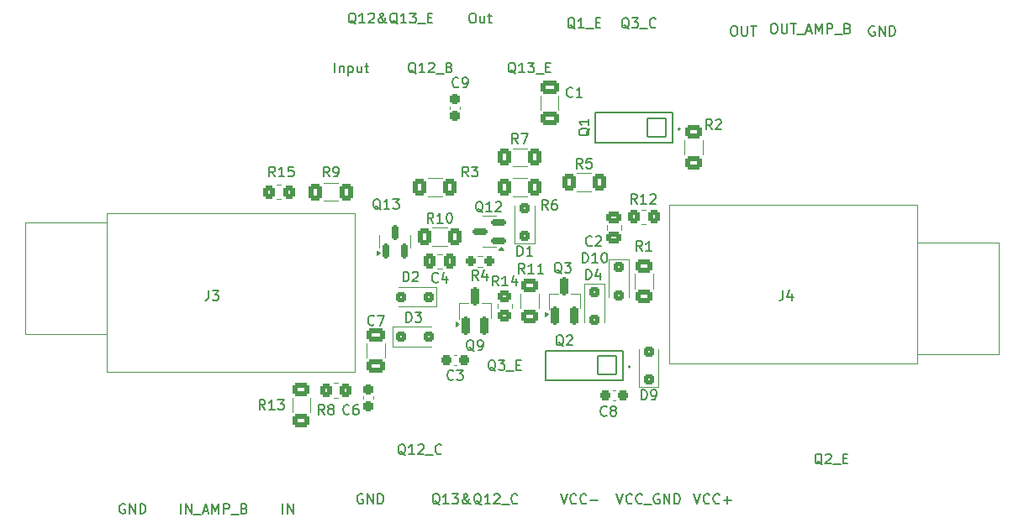
<source format=gto>
%TF.GenerationSoftware,KiCad,Pcbnew,9.0.1*%
%TF.CreationDate,2025-05-12T16:26:17+02:00*%
%TF.ProjectId,Verst_rker,56657273-74e4-4726-9b65-722e6b696361,1*%
%TF.SameCoordinates,Original*%
%TF.FileFunction,Legend,Top*%
%TF.FilePolarity,Positive*%
%FSLAX46Y46*%
G04 Gerber Fmt 4.6, Leading zero omitted, Abs format (unit mm)*
G04 Created by KiCad (PCBNEW 9.0.1) date 2025-05-12 16:26:17*
%MOMM*%
%LPD*%
G01*
G04 APERTURE LIST*
G04 Aperture macros list*
%AMRoundRect*
0 Rectangle with rounded corners*
0 $1 Rounding radius*
0 $2 $3 $4 $5 $6 $7 $8 $9 X,Y pos of 4 corners*
0 Add a 4 corners polygon primitive as box body*
4,1,4,$2,$3,$4,$5,$6,$7,$8,$9,$2,$3,0*
0 Add four circle primitives for the rounded corners*
1,1,$1+$1,$2,$3*
1,1,$1+$1,$4,$5*
1,1,$1+$1,$6,$7*
1,1,$1+$1,$8,$9*
0 Add four rect primitives between the rounded corners*
20,1,$1+$1,$2,$3,$4,$5,0*
20,1,$1+$1,$4,$5,$6,$7,0*
20,1,$1+$1,$6,$7,$8,$9,0*
20,1,$1+$1,$8,$9,$2,$3,0*%
G04 Aperture macros list end*
%ADD10C,0.150000*%
%ADD11C,0.120000*%
%ADD12C,0.127000*%
%ADD13C,0.200000*%
%ADD14RoundRect,0.250000X-0.400000X-0.625000X0.400000X-0.625000X0.400000X0.625000X-0.400000X0.625000X0*%
%ADD15RoundRect,0.250000X0.650000X-0.412500X0.650000X0.412500X-0.650000X0.412500X-0.650000X-0.412500X0*%
%ADD16C,2.000000*%
%ADD17RoundRect,0.102000X0.937500X0.937500X-0.937500X0.937500X-0.937500X-0.937500X0.937500X-0.937500X0*%
%ADD18C,2.079000*%
%ADD19RoundRect,0.250000X-0.350000X-0.450000X0.350000X-0.450000X0.350000X0.450000X-0.350000X0.450000X0*%
%ADD20C,3.000000*%
%ADD21RoundRect,0.250000X-0.625000X0.400000X-0.625000X-0.400000X0.625000X-0.400000X0.625000X0.400000X0*%
%ADD22RoundRect,0.250000X-0.300000X0.300000X-0.300000X-0.300000X0.300000X-0.300000X0.300000X0.300000X0*%
%ADD23RoundRect,0.200000X0.200000X-0.750000X0.200000X0.750000X-0.200000X0.750000X-0.200000X-0.750000X0*%
%ADD24C,2.600000*%
%ADD25C,4.400000*%
%ADD26RoundRect,0.150000X0.587500X0.150000X-0.587500X0.150000X-0.587500X-0.150000X0.587500X-0.150000X0*%
%ADD27RoundRect,0.250000X-0.475000X0.337500X-0.475000X-0.337500X0.475000X-0.337500X0.475000X0.337500X0*%
%ADD28RoundRect,0.250000X-0.650000X0.412500X-0.650000X-0.412500X0.650000X-0.412500X0.650000X0.412500X0*%
%ADD29RoundRect,0.250000X0.400000X0.625000X-0.400000X0.625000X-0.400000X-0.625000X0.400000X-0.625000X0*%
%ADD30RoundRect,0.250000X0.350000X0.450000X-0.350000X0.450000X-0.350000X-0.450000X0.350000X-0.450000X0*%
%ADD31RoundRect,0.250000X0.337500X0.475000X-0.337500X0.475000X-0.337500X-0.475000X0.337500X-0.475000X0*%
%ADD32RoundRect,0.250000X0.300000X-0.300000X0.300000X0.300000X-0.300000X0.300000X-0.300000X-0.300000X0*%
%ADD33RoundRect,0.250000X-0.300000X-0.300000X0.300000X-0.300000X0.300000X0.300000X-0.300000X0.300000X0*%
%ADD34RoundRect,0.237500X-0.237500X0.300000X-0.237500X-0.300000X0.237500X-0.300000X0.237500X0.300000X0*%
%ADD35RoundRect,0.237500X0.237500X-0.300000X0.237500X0.300000X-0.237500X0.300000X-0.237500X-0.300000X0*%
%ADD36RoundRect,0.150000X0.150000X-0.587500X0.150000X0.587500X-0.150000X0.587500X-0.150000X-0.587500X0*%
%ADD37RoundRect,0.237500X0.300000X0.237500X-0.300000X0.237500X-0.300000X-0.237500X0.300000X-0.237500X0*%
%ADD38RoundRect,0.237500X0.250000X0.237500X-0.250000X0.237500X-0.250000X-0.237500X0.250000X-0.237500X0*%
%ADD39RoundRect,0.250000X0.300000X0.300000X-0.300000X0.300000X-0.300000X-0.300000X0.300000X-0.300000X0*%
%ADD40RoundRect,0.250000X0.450000X-0.350000X0.450000X0.350000X-0.450000X0.350000X-0.450000X-0.350000X0*%
%ADD41RoundRect,0.250000X0.625000X-0.400000X0.625000X0.400000X-0.625000X0.400000X-0.625000X-0.400000X0*%
G04 APERTURE END LIST*
D10*
X93835714Y-85629819D02*
X93835714Y-84629819D01*
X93835714Y-84629819D02*
X94073809Y-84629819D01*
X94073809Y-84629819D02*
X94216666Y-84677438D01*
X94216666Y-84677438D02*
X94311904Y-84772676D01*
X94311904Y-84772676D02*
X94359523Y-84867914D01*
X94359523Y-84867914D02*
X94407142Y-85058390D01*
X94407142Y-85058390D02*
X94407142Y-85201247D01*
X94407142Y-85201247D02*
X94359523Y-85391723D01*
X94359523Y-85391723D02*
X94311904Y-85486961D01*
X94311904Y-85486961D02*
X94216666Y-85582200D01*
X94216666Y-85582200D02*
X94073809Y-85629819D01*
X94073809Y-85629819D02*
X93835714Y-85629819D01*
X95359523Y-85629819D02*
X94788095Y-85629819D01*
X95073809Y-85629819D02*
X95073809Y-84629819D01*
X95073809Y-84629819D02*
X94978571Y-84772676D01*
X94978571Y-84772676D02*
X94883333Y-84867914D01*
X94883333Y-84867914D02*
X94788095Y-84915533D01*
X95978571Y-84629819D02*
X96073809Y-84629819D01*
X96073809Y-84629819D02*
X96169047Y-84677438D01*
X96169047Y-84677438D02*
X96216666Y-84725057D01*
X96216666Y-84725057D02*
X96264285Y-84820295D01*
X96264285Y-84820295D02*
X96311904Y-85010771D01*
X96311904Y-85010771D02*
X96311904Y-85248866D01*
X96311904Y-85248866D02*
X96264285Y-85439342D01*
X96264285Y-85439342D02*
X96216666Y-85534580D01*
X96216666Y-85534580D02*
X96169047Y-85582200D01*
X96169047Y-85582200D02*
X96073809Y-85629819D01*
X96073809Y-85629819D02*
X95978571Y-85629819D01*
X95978571Y-85629819D02*
X95883333Y-85582200D01*
X95883333Y-85582200D02*
X95835714Y-85534580D01*
X95835714Y-85534580D02*
X95788095Y-85439342D01*
X95788095Y-85439342D02*
X95740476Y-85248866D01*
X95740476Y-85248866D02*
X95740476Y-85010771D01*
X95740476Y-85010771D02*
X95788095Y-84820295D01*
X95788095Y-84820295D02*
X95835714Y-84725057D01*
X95835714Y-84725057D02*
X95883333Y-84677438D01*
X95883333Y-84677438D02*
X95978571Y-84629819D01*
X94161905Y-87304819D02*
X94161905Y-86304819D01*
X94161905Y-86304819D02*
X94400000Y-86304819D01*
X94400000Y-86304819D02*
X94542857Y-86352438D01*
X94542857Y-86352438D02*
X94638095Y-86447676D01*
X94638095Y-86447676D02*
X94685714Y-86542914D01*
X94685714Y-86542914D02*
X94733333Y-86733390D01*
X94733333Y-86733390D02*
X94733333Y-86876247D01*
X94733333Y-86876247D02*
X94685714Y-87066723D01*
X94685714Y-87066723D02*
X94638095Y-87161961D01*
X94638095Y-87161961D02*
X94542857Y-87257200D01*
X94542857Y-87257200D02*
X94400000Y-87304819D01*
X94400000Y-87304819D02*
X94161905Y-87304819D01*
X95590476Y-86638152D02*
X95590476Y-87304819D01*
X95352381Y-86257200D02*
X95114286Y-86971485D01*
X95114286Y-86971485D02*
X95733333Y-86971485D01*
X78807142Y-81624819D02*
X78473809Y-81148628D01*
X78235714Y-81624819D02*
X78235714Y-80624819D01*
X78235714Y-80624819D02*
X78616666Y-80624819D01*
X78616666Y-80624819D02*
X78711904Y-80672438D01*
X78711904Y-80672438D02*
X78759523Y-80720057D01*
X78759523Y-80720057D02*
X78807142Y-80815295D01*
X78807142Y-80815295D02*
X78807142Y-80958152D01*
X78807142Y-80958152D02*
X78759523Y-81053390D01*
X78759523Y-81053390D02*
X78711904Y-81101009D01*
X78711904Y-81101009D02*
X78616666Y-81148628D01*
X78616666Y-81148628D02*
X78235714Y-81148628D01*
X79759523Y-81624819D02*
X79188095Y-81624819D01*
X79473809Y-81624819D02*
X79473809Y-80624819D01*
X79473809Y-80624819D02*
X79378571Y-80767676D01*
X79378571Y-80767676D02*
X79283333Y-80862914D01*
X79283333Y-80862914D02*
X79188095Y-80910533D01*
X80378571Y-80624819D02*
X80473809Y-80624819D01*
X80473809Y-80624819D02*
X80569047Y-80672438D01*
X80569047Y-80672438D02*
X80616666Y-80720057D01*
X80616666Y-80720057D02*
X80664285Y-80815295D01*
X80664285Y-80815295D02*
X80711904Y-81005771D01*
X80711904Y-81005771D02*
X80711904Y-81243866D01*
X80711904Y-81243866D02*
X80664285Y-81434342D01*
X80664285Y-81434342D02*
X80616666Y-81529580D01*
X80616666Y-81529580D02*
X80569047Y-81577200D01*
X80569047Y-81577200D02*
X80473809Y-81624819D01*
X80473809Y-81624819D02*
X80378571Y-81624819D01*
X80378571Y-81624819D02*
X80283333Y-81577200D01*
X80283333Y-81577200D02*
X80235714Y-81529580D01*
X80235714Y-81529580D02*
X80188095Y-81434342D01*
X80188095Y-81434342D02*
X80140476Y-81243866D01*
X80140476Y-81243866D02*
X80140476Y-81005771D01*
X80140476Y-81005771D02*
X80188095Y-80815295D01*
X80188095Y-80815295D02*
X80235714Y-80720057D01*
X80235714Y-80720057D02*
X80283333Y-80672438D01*
X80283333Y-80672438D02*
X80378571Y-80624819D01*
X72833333Y-91859580D02*
X72785714Y-91907200D01*
X72785714Y-91907200D02*
X72642857Y-91954819D01*
X72642857Y-91954819D02*
X72547619Y-91954819D01*
X72547619Y-91954819D02*
X72404762Y-91907200D01*
X72404762Y-91907200D02*
X72309524Y-91811961D01*
X72309524Y-91811961D02*
X72261905Y-91716723D01*
X72261905Y-91716723D02*
X72214286Y-91526247D01*
X72214286Y-91526247D02*
X72214286Y-91383390D01*
X72214286Y-91383390D02*
X72261905Y-91192914D01*
X72261905Y-91192914D02*
X72309524Y-91097676D01*
X72309524Y-91097676D02*
X72404762Y-91002438D01*
X72404762Y-91002438D02*
X72547619Y-90954819D01*
X72547619Y-90954819D02*
X72642857Y-90954819D01*
X72642857Y-90954819D02*
X72785714Y-91002438D01*
X72785714Y-91002438D02*
X72833333Y-91050057D01*
X73166667Y-90954819D02*
X73833333Y-90954819D01*
X73833333Y-90954819D02*
X73404762Y-91954819D01*
X71688095Y-109002438D02*
X71592857Y-108954819D01*
X71592857Y-108954819D02*
X71450000Y-108954819D01*
X71450000Y-108954819D02*
X71307143Y-109002438D01*
X71307143Y-109002438D02*
X71211905Y-109097676D01*
X71211905Y-109097676D02*
X71164286Y-109192914D01*
X71164286Y-109192914D02*
X71116667Y-109383390D01*
X71116667Y-109383390D02*
X71116667Y-109526247D01*
X71116667Y-109526247D02*
X71164286Y-109716723D01*
X71164286Y-109716723D02*
X71211905Y-109811961D01*
X71211905Y-109811961D02*
X71307143Y-109907200D01*
X71307143Y-109907200D02*
X71450000Y-109954819D01*
X71450000Y-109954819D02*
X71545238Y-109954819D01*
X71545238Y-109954819D02*
X71688095Y-109907200D01*
X71688095Y-109907200D02*
X71735714Y-109859580D01*
X71735714Y-109859580D02*
X71735714Y-109526247D01*
X71735714Y-109526247D02*
X71545238Y-109526247D01*
X72164286Y-109954819D02*
X72164286Y-108954819D01*
X72164286Y-108954819D02*
X72735714Y-109954819D01*
X72735714Y-109954819D02*
X72735714Y-108954819D01*
X73211905Y-109954819D02*
X73211905Y-108954819D01*
X73211905Y-108954819D02*
X73450000Y-108954819D01*
X73450000Y-108954819D02*
X73592857Y-109002438D01*
X73592857Y-109002438D02*
X73688095Y-109097676D01*
X73688095Y-109097676D02*
X73735714Y-109192914D01*
X73735714Y-109192914D02*
X73783333Y-109383390D01*
X73783333Y-109383390D02*
X73783333Y-109526247D01*
X73783333Y-109526247D02*
X73735714Y-109716723D01*
X73735714Y-109716723D02*
X73688095Y-109811961D01*
X73688095Y-109811961D02*
X73592857Y-109907200D01*
X73592857Y-109907200D02*
X73450000Y-109954819D01*
X73450000Y-109954819D02*
X73211905Y-109954819D01*
X94567557Y-72075238D02*
X94519938Y-72170476D01*
X94519938Y-72170476D02*
X94424700Y-72265714D01*
X94424700Y-72265714D02*
X94281842Y-72408571D01*
X94281842Y-72408571D02*
X94234223Y-72503809D01*
X94234223Y-72503809D02*
X94234223Y-72599047D01*
X94472319Y-72551428D02*
X94424700Y-72646666D01*
X94424700Y-72646666D02*
X94329461Y-72741904D01*
X94329461Y-72741904D02*
X94138985Y-72789523D01*
X94138985Y-72789523D02*
X93805652Y-72789523D01*
X93805652Y-72789523D02*
X93615176Y-72741904D01*
X93615176Y-72741904D02*
X93519938Y-72646666D01*
X93519938Y-72646666D02*
X93472319Y-72551428D01*
X93472319Y-72551428D02*
X93472319Y-72360952D01*
X93472319Y-72360952D02*
X93519938Y-72265714D01*
X93519938Y-72265714D02*
X93615176Y-72170476D01*
X93615176Y-72170476D02*
X93805652Y-72122857D01*
X93805652Y-72122857D02*
X94138985Y-72122857D01*
X94138985Y-72122857D02*
X94329461Y-72170476D01*
X94329461Y-72170476D02*
X94424700Y-72265714D01*
X94424700Y-72265714D02*
X94472319Y-72360952D01*
X94472319Y-72360952D02*
X94472319Y-72551428D01*
X94472319Y-71170476D02*
X94472319Y-71741904D01*
X94472319Y-71456190D02*
X93472319Y-71456190D01*
X93472319Y-71456190D02*
X93615176Y-71551428D01*
X93615176Y-71551428D02*
X93710414Y-71646666D01*
X93710414Y-71646666D02*
X93758033Y-71741904D01*
X75997618Y-105050057D02*
X75902380Y-105002438D01*
X75902380Y-105002438D02*
X75807142Y-104907200D01*
X75807142Y-104907200D02*
X75664285Y-104764342D01*
X75664285Y-104764342D02*
X75569047Y-104716723D01*
X75569047Y-104716723D02*
X75473809Y-104716723D01*
X75521428Y-104954819D02*
X75426190Y-104907200D01*
X75426190Y-104907200D02*
X75330952Y-104811961D01*
X75330952Y-104811961D02*
X75283333Y-104621485D01*
X75283333Y-104621485D02*
X75283333Y-104288152D01*
X75283333Y-104288152D02*
X75330952Y-104097676D01*
X75330952Y-104097676D02*
X75426190Y-104002438D01*
X75426190Y-104002438D02*
X75521428Y-103954819D01*
X75521428Y-103954819D02*
X75711904Y-103954819D01*
X75711904Y-103954819D02*
X75807142Y-104002438D01*
X75807142Y-104002438D02*
X75902380Y-104097676D01*
X75902380Y-104097676D02*
X75949999Y-104288152D01*
X75949999Y-104288152D02*
X75949999Y-104621485D01*
X75949999Y-104621485D02*
X75902380Y-104811961D01*
X75902380Y-104811961D02*
X75807142Y-104907200D01*
X75807142Y-104907200D02*
X75711904Y-104954819D01*
X75711904Y-104954819D02*
X75521428Y-104954819D01*
X76902380Y-104954819D02*
X76330952Y-104954819D01*
X76616666Y-104954819D02*
X76616666Y-103954819D01*
X76616666Y-103954819D02*
X76521428Y-104097676D01*
X76521428Y-104097676D02*
X76426190Y-104192914D01*
X76426190Y-104192914D02*
X76330952Y-104240533D01*
X77283333Y-104050057D02*
X77330952Y-104002438D01*
X77330952Y-104002438D02*
X77426190Y-103954819D01*
X77426190Y-103954819D02*
X77664285Y-103954819D01*
X77664285Y-103954819D02*
X77759523Y-104002438D01*
X77759523Y-104002438D02*
X77807142Y-104050057D01*
X77807142Y-104050057D02*
X77854761Y-104145295D01*
X77854761Y-104145295D02*
X77854761Y-104240533D01*
X77854761Y-104240533D02*
X77807142Y-104383390D01*
X77807142Y-104383390D02*
X77235714Y-104954819D01*
X77235714Y-104954819D02*
X77854761Y-104954819D01*
X78045238Y-105050057D02*
X78807142Y-105050057D01*
X79616666Y-104859580D02*
X79569047Y-104907200D01*
X79569047Y-104907200D02*
X79426190Y-104954819D01*
X79426190Y-104954819D02*
X79330952Y-104954819D01*
X79330952Y-104954819D02*
X79188095Y-104907200D01*
X79188095Y-104907200D02*
X79092857Y-104811961D01*
X79092857Y-104811961D02*
X79045238Y-104716723D01*
X79045238Y-104716723D02*
X78997619Y-104526247D01*
X78997619Y-104526247D02*
X78997619Y-104383390D01*
X78997619Y-104383390D02*
X79045238Y-104192914D01*
X79045238Y-104192914D02*
X79092857Y-104097676D01*
X79092857Y-104097676D02*
X79188095Y-104002438D01*
X79188095Y-104002438D02*
X79330952Y-103954819D01*
X79330952Y-103954819D02*
X79426190Y-103954819D01*
X79426190Y-103954819D02*
X79569047Y-104002438D01*
X79569047Y-104002438D02*
X79616666Y-104050057D01*
X67833333Y-100954819D02*
X67500000Y-100478628D01*
X67261905Y-100954819D02*
X67261905Y-99954819D01*
X67261905Y-99954819D02*
X67642857Y-99954819D01*
X67642857Y-99954819D02*
X67738095Y-100002438D01*
X67738095Y-100002438D02*
X67785714Y-100050057D01*
X67785714Y-100050057D02*
X67833333Y-100145295D01*
X67833333Y-100145295D02*
X67833333Y-100288152D01*
X67833333Y-100288152D02*
X67785714Y-100383390D01*
X67785714Y-100383390D02*
X67738095Y-100431009D01*
X67738095Y-100431009D02*
X67642857Y-100478628D01*
X67642857Y-100478628D02*
X67261905Y-100478628D01*
X68404762Y-100383390D02*
X68309524Y-100335771D01*
X68309524Y-100335771D02*
X68261905Y-100288152D01*
X68261905Y-100288152D02*
X68214286Y-100192914D01*
X68214286Y-100192914D02*
X68214286Y-100145295D01*
X68214286Y-100145295D02*
X68261905Y-100050057D01*
X68261905Y-100050057D02*
X68309524Y-100002438D01*
X68309524Y-100002438D02*
X68404762Y-99954819D01*
X68404762Y-99954819D02*
X68595238Y-99954819D01*
X68595238Y-99954819D02*
X68690476Y-100002438D01*
X68690476Y-100002438D02*
X68738095Y-100050057D01*
X68738095Y-100050057D02*
X68785714Y-100145295D01*
X68785714Y-100145295D02*
X68785714Y-100192914D01*
X68785714Y-100192914D02*
X68738095Y-100288152D01*
X68738095Y-100288152D02*
X68690476Y-100335771D01*
X68690476Y-100335771D02*
X68595238Y-100383390D01*
X68595238Y-100383390D02*
X68404762Y-100383390D01*
X68404762Y-100383390D02*
X68309524Y-100431009D01*
X68309524Y-100431009D02*
X68261905Y-100478628D01*
X68261905Y-100478628D02*
X68214286Y-100573866D01*
X68214286Y-100573866D02*
X68214286Y-100764342D01*
X68214286Y-100764342D02*
X68261905Y-100859580D01*
X68261905Y-100859580D02*
X68309524Y-100907200D01*
X68309524Y-100907200D02*
X68404762Y-100954819D01*
X68404762Y-100954819D02*
X68595238Y-100954819D01*
X68595238Y-100954819D02*
X68690476Y-100907200D01*
X68690476Y-100907200D02*
X68738095Y-100859580D01*
X68738095Y-100859580D02*
X68785714Y-100764342D01*
X68785714Y-100764342D02*
X68785714Y-100573866D01*
X68785714Y-100573866D02*
X68738095Y-100478628D01*
X68738095Y-100478628D02*
X68690476Y-100431009D01*
X68690476Y-100431009D02*
X68595238Y-100383390D01*
X114016666Y-88429819D02*
X114016666Y-89144104D01*
X114016666Y-89144104D02*
X113969047Y-89286961D01*
X113969047Y-89286961D02*
X113873809Y-89382200D01*
X113873809Y-89382200D02*
X113730952Y-89429819D01*
X113730952Y-89429819D02*
X113635714Y-89429819D01*
X114921428Y-88763152D02*
X114921428Y-89429819D01*
X114683333Y-88382200D02*
X114445238Y-89096485D01*
X114445238Y-89096485D02*
X115064285Y-89096485D01*
X87982142Y-86729819D02*
X87648809Y-86253628D01*
X87410714Y-86729819D02*
X87410714Y-85729819D01*
X87410714Y-85729819D02*
X87791666Y-85729819D01*
X87791666Y-85729819D02*
X87886904Y-85777438D01*
X87886904Y-85777438D02*
X87934523Y-85825057D01*
X87934523Y-85825057D02*
X87982142Y-85920295D01*
X87982142Y-85920295D02*
X87982142Y-86063152D01*
X87982142Y-86063152D02*
X87934523Y-86158390D01*
X87934523Y-86158390D02*
X87886904Y-86206009D01*
X87886904Y-86206009D02*
X87791666Y-86253628D01*
X87791666Y-86253628D02*
X87410714Y-86253628D01*
X88934523Y-86729819D02*
X88363095Y-86729819D01*
X88648809Y-86729819D02*
X88648809Y-85729819D01*
X88648809Y-85729819D02*
X88553571Y-85872676D01*
X88553571Y-85872676D02*
X88458333Y-85967914D01*
X88458333Y-85967914D02*
X88363095Y-86015533D01*
X89886904Y-86729819D02*
X89315476Y-86729819D01*
X89601190Y-86729819D02*
X89601190Y-85729819D01*
X89601190Y-85729819D02*
X89505952Y-85872676D01*
X89505952Y-85872676D02*
X89410714Y-85967914D01*
X89410714Y-85967914D02*
X89315476Y-86015533D01*
X82904761Y-94550057D02*
X82809523Y-94502438D01*
X82809523Y-94502438D02*
X82714285Y-94407200D01*
X82714285Y-94407200D02*
X82571428Y-94264342D01*
X82571428Y-94264342D02*
X82476190Y-94216723D01*
X82476190Y-94216723D02*
X82380952Y-94216723D01*
X82428571Y-94454819D02*
X82333333Y-94407200D01*
X82333333Y-94407200D02*
X82238095Y-94311961D01*
X82238095Y-94311961D02*
X82190476Y-94121485D01*
X82190476Y-94121485D02*
X82190476Y-93788152D01*
X82190476Y-93788152D02*
X82238095Y-93597676D01*
X82238095Y-93597676D02*
X82333333Y-93502438D01*
X82333333Y-93502438D02*
X82428571Y-93454819D01*
X82428571Y-93454819D02*
X82619047Y-93454819D01*
X82619047Y-93454819D02*
X82714285Y-93502438D01*
X82714285Y-93502438D02*
X82809523Y-93597676D01*
X82809523Y-93597676D02*
X82857142Y-93788152D01*
X82857142Y-93788152D02*
X82857142Y-94121485D01*
X82857142Y-94121485D02*
X82809523Y-94311961D01*
X82809523Y-94311961D02*
X82714285Y-94407200D01*
X82714285Y-94407200D02*
X82619047Y-94454819D01*
X82619047Y-94454819D02*
X82428571Y-94454819D01*
X83333333Y-94454819D02*
X83523809Y-94454819D01*
X83523809Y-94454819D02*
X83619047Y-94407200D01*
X83619047Y-94407200D02*
X83666666Y-94359580D01*
X83666666Y-94359580D02*
X83761904Y-94216723D01*
X83761904Y-94216723D02*
X83809523Y-94026247D01*
X83809523Y-94026247D02*
X83809523Y-93645295D01*
X83809523Y-93645295D02*
X83761904Y-93550057D01*
X83761904Y-93550057D02*
X83714285Y-93502438D01*
X83714285Y-93502438D02*
X83619047Y-93454819D01*
X83619047Y-93454819D02*
X83428571Y-93454819D01*
X83428571Y-93454819D02*
X83333333Y-93502438D01*
X83333333Y-93502438D02*
X83285714Y-93550057D01*
X83285714Y-93550057D02*
X83238095Y-93645295D01*
X83238095Y-93645295D02*
X83238095Y-93883390D01*
X83238095Y-93883390D02*
X83285714Y-93978628D01*
X83285714Y-93978628D02*
X83333333Y-94026247D01*
X83333333Y-94026247D02*
X83428571Y-94073866D01*
X83428571Y-94073866D02*
X83619047Y-94073866D01*
X83619047Y-94073866D02*
X83714285Y-94026247D01*
X83714285Y-94026247D02*
X83761904Y-93978628D01*
X83761904Y-93978628D02*
X83809523Y-93883390D01*
X53389286Y-110954819D02*
X53389286Y-109954819D01*
X53865476Y-110954819D02*
X53865476Y-109954819D01*
X53865476Y-109954819D02*
X54436904Y-110954819D01*
X54436904Y-110954819D02*
X54436904Y-109954819D01*
X54675000Y-111050057D02*
X55436904Y-111050057D01*
X55627381Y-110669104D02*
X56103571Y-110669104D01*
X55532143Y-110954819D02*
X55865476Y-109954819D01*
X55865476Y-109954819D02*
X56198809Y-110954819D01*
X56532143Y-110954819D02*
X56532143Y-109954819D01*
X56532143Y-109954819D02*
X56865476Y-110669104D01*
X56865476Y-110669104D02*
X57198809Y-109954819D01*
X57198809Y-109954819D02*
X57198809Y-110954819D01*
X57675000Y-110954819D02*
X57675000Y-109954819D01*
X57675000Y-109954819D02*
X58055952Y-109954819D01*
X58055952Y-109954819D02*
X58151190Y-110002438D01*
X58151190Y-110002438D02*
X58198809Y-110050057D01*
X58198809Y-110050057D02*
X58246428Y-110145295D01*
X58246428Y-110145295D02*
X58246428Y-110288152D01*
X58246428Y-110288152D02*
X58198809Y-110383390D01*
X58198809Y-110383390D02*
X58151190Y-110431009D01*
X58151190Y-110431009D02*
X58055952Y-110478628D01*
X58055952Y-110478628D02*
X57675000Y-110478628D01*
X58436905Y-111050057D02*
X59198809Y-111050057D01*
X59770238Y-110431009D02*
X59913095Y-110478628D01*
X59913095Y-110478628D02*
X59960714Y-110526247D01*
X59960714Y-110526247D02*
X60008333Y-110621485D01*
X60008333Y-110621485D02*
X60008333Y-110764342D01*
X60008333Y-110764342D02*
X59960714Y-110859580D01*
X59960714Y-110859580D02*
X59913095Y-110907200D01*
X59913095Y-110907200D02*
X59817857Y-110954819D01*
X59817857Y-110954819D02*
X59436905Y-110954819D01*
X59436905Y-110954819D02*
X59436905Y-109954819D01*
X59436905Y-109954819D02*
X59770238Y-109954819D01*
X59770238Y-109954819D02*
X59865476Y-110002438D01*
X59865476Y-110002438D02*
X59913095Y-110050057D01*
X59913095Y-110050057D02*
X59960714Y-110145295D01*
X59960714Y-110145295D02*
X59960714Y-110240533D01*
X59960714Y-110240533D02*
X59913095Y-110335771D01*
X59913095Y-110335771D02*
X59865476Y-110383390D01*
X59865476Y-110383390D02*
X59770238Y-110431009D01*
X59770238Y-110431009D02*
X59436905Y-110431009D01*
X68857143Y-66454819D02*
X68857143Y-65454819D01*
X69333333Y-65788152D02*
X69333333Y-66454819D01*
X69333333Y-65883390D02*
X69380952Y-65835771D01*
X69380952Y-65835771D02*
X69476190Y-65788152D01*
X69476190Y-65788152D02*
X69619047Y-65788152D01*
X69619047Y-65788152D02*
X69714285Y-65835771D01*
X69714285Y-65835771D02*
X69761904Y-65931009D01*
X69761904Y-65931009D02*
X69761904Y-66454819D01*
X70238095Y-65788152D02*
X70238095Y-66788152D01*
X70238095Y-65835771D02*
X70333333Y-65788152D01*
X70333333Y-65788152D02*
X70523809Y-65788152D01*
X70523809Y-65788152D02*
X70619047Y-65835771D01*
X70619047Y-65835771D02*
X70666666Y-65883390D01*
X70666666Y-65883390D02*
X70714285Y-65978628D01*
X70714285Y-65978628D02*
X70714285Y-66264342D01*
X70714285Y-66264342D02*
X70666666Y-66359580D01*
X70666666Y-66359580D02*
X70619047Y-66407200D01*
X70619047Y-66407200D02*
X70523809Y-66454819D01*
X70523809Y-66454819D02*
X70333333Y-66454819D01*
X70333333Y-66454819D02*
X70238095Y-66407200D01*
X71571428Y-65788152D02*
X71571428Y-66454819D01*
X71142857Y-65788152D02*
X71142857Y-66311961D01*
X71142857Y-66311961D02*
X71190476Y-66407200D01*
X71190476Y-66407200D02*
X71285714Y-66454819D01*
X71285714Y-66454819D02*
X71428571Y-66454819D01*
X71428571Y-66454819D02*
X71523809Y-66407200D01*
X71523809Y-66407200D02*
X71571428Y-66359580D01*
X71904762Y-65788152D02*
X72285714Y-65788152D01*
X72047619Y-65454819D02*
X72047619Y-66311961D01*
X72047619Y-66311961D02*
X72095238Y-66407200D01*
X72095238Y-66407200D02*
X72190476Y-66454819D01*
X72190476Y-66454819D02*
X72285714Y-66454819D01*
X83803571Y-80550057D02*
X83708333Y-80502438D01*
X83708333Y-80502438D02*
X83613095Y-80407200D01*
X83613095Y-80407200D02*
X83470238Y-80264342D01*
X83470238Y-80264342D02*
X83375000Y-80216723D01*
X83375000Y-80216723D02*
X83279762Y-80216723D01*
X83327381Y-80454819D02*
X83232143Y-80407200D01*
X83232143Y-80407200D02*
X83136905Y-80311961D01*
X83136905Y-80311961D02*
X83089286Y-80121485D01*
X83089286Y-80121485D02*
X83089286Y-79788152D01*
X83089286Y-79788152D02*
X83136905Y-79597676D01*
X83136905Y-79597676D02*
X83232143Y-79502438D01*
X83232143Y-79502438D02*
X83327381Y-79454819D01*
X83327381Y-79454819D02*
X83517857Y-79454819D01*
X83517857Y-79454819D02*
X83613095Y-79502438D01*
X83613095Y-79502438D02*
X83708333Y-79597676D01*
X83708333Y-79597676D02*
X83755952Y-79788152D01*
X83755952Y-79788152D02*
X83755952Y-80121485D01*
X83755952Y-80121485D02*
X83708333Y-80311961D01*
X83708333Y-80311961D02*
X83613095Y-80407200D01*
X83613095Y-80407200D02*
X83517857Y-80454819D01*
X83517857Y-80454819D02*
X83327381Y-80454819D01*
X84708333Y-80454819D02*
X84136905Y-80454819D01*
X84422619Y-80454819D02*
X84422619Y-79454819D01*
X84422619Y-79454819D02*
X84327381Y-79597676D01*
X84327381Y-79597676D02*
X84232143Y-79692914D01*
X84232143Y-79692914D02*
X84136905Y-79740533D01*
X85089286Y-79550057D02*
X85136905Y-79502438D01*
X85136905Y-79502438D02*
X85232143Y-79454819D01*
X85232143Y-79454819D02*
X85470238Y-79454819D01*
X85470238Y-79454819D02*
X85565476Y-79502438D01*
X85565476Y-79502438D02*
X85613095Y-79550057D01*
X85613095Y-79550057D02*
X85660714Y-79645295D01*
X85660714Y-79645295D02*
X85660714Y-79740533D01*
X85660714Y-79740533D02*
X85613095Y-79883390D01*
X85613095Y-79883390D02*
X85041667Y-80454819D01*
X85041667Y-80454819D02*
X85660714Y-80454819D01*
X94783333Y-83859580D02*
X94735714Y-83907200D01*
X94735714Y-83907200D02*
X94592857Y-83954819D01*
X94592857Y-83954819D02*
X94497619Y-83954819D01*
X94497619Y-83954819D02*
X94354762Y-83907200D01*
X94354762Y-83907200D02*
X94259524Y-83811961D01*
X94259524Y-83811961D02*
X94211905Y-83716723D01*
X94211905Y-83716723D02*
X94164286Y-83526247D01*
X94164286Y-83526247D02*
X94164286Y-83383390D01*
X94164286Y-83383390D02*
X94211905Y-83192914D01*
X94211905Y-83192914D02*
X94259524Y-83097676D01*
X94259524Y-83097676D02*
X94354762Y-83002438D01*
X94354762Y-83002438D02*
X94497619Y-82954819D01*
X94497619Y-82954819D02*
X94592857Y-82954819D01*
X94592857Y-82954819D02*
X94735714Y-83002438D01*
X94735714Y-83002438D02*
X94783333Y-83050057D01*
X95164286Y-83050057D02*
X95211905Y-83002438D01*
X95211905Y-83002438D02*
X95307143Y-82954819D01*
X95307143Y-82954819D02*
X95545238Y-82954819D01*
X95545238Y-82954819D02*
X95640476Y-83002438D01*
X95640476Y-83002438D02*
X95688095Y-83050057D01*
X95688095Y-83050057D02*
X95735714Y-83145295D01*
X95735714Y-83145295D02*
X95735714Y-83240533D01*
X95735714Y-83240533D02*
X95688095Y-83383390D01*
X95688095Y-83383390D02*
X95116667Y-83954819D01*
X95116667Y-83954819D02*
X95735714Y-83954819D01*
X92833333Y-68859580D02*
X92785714Y-68907200D01*
X92785714Y-68907200D02*
X92642857Y-68954819D01*
X92642857Y-68954819D02*
X92547619Y-68954819D01*
X92547619Y-68954819D02*
X92404762Y-68907200D01*
X92404762Y-68907200D02*
X92309524Y-68811961D01*
X92309524Y-68811961D02*
X92261905Y-68716723D01*
X92261905Y-68716723D02*
X92214286Y-68526247D01*
X92214286Y-68526247D02*
X92214286Y-68383390D01*
X92214286Y-68383390D02*
X92261905Y-68192914D01*
X92261905Y-68192914D02*
X92309524Y-68097676D01*
X92309524Y-68097676D02*
X92404762Y-68002438D01*
X92404762Y-68002438D02*
X92547619Y-67954819D01*
X92547619Y-67954819D02*
X92642857Y-67954819D01*
X92642857Y-67954819D02*
X92785714Y-68002438D01*
X92785714Y-68002438D02*
X92833333Y-68050057D01*
X93785714Y-68954819D02*
X93214286Y-68954819D01*
X93500000Y-68954819D02*
X93500000Y-67954819D01*
X93500000Y-67954819D02*
X93404762Y-68097676D01*
X93404762Y-68097676D02*
X93309524Y-68192914D01*
X93309524Y-68192914D02*
X93214286Y-68240533D01*
X82333333Y-76954819D02*
X82000000Y-76478628D01*
X81761905Y-76954819D02*
X81761905Y-75954819D01*
X81761905Y-75954819D02*
X82142857Y-75954819D01*
X82142857Y-75954819D02*
X82238095Y-76002438D01*
X82238095Y-76002438D02*
X82285714Y-76050057D01*
X82285714Y-76050057D02*
X82333333Y-76145295D01*
X82333333Y-76145295D02*
X82333333Y-76288152D01*
X82333333Y-76288152D02*
X82285714Y-76383390D01*
X82285714Y-76383390D02*
X82238095Y-76431009D01*
X82238095Y-76431009D02*
X82142857Y-76478628D01*
X82142857Y-76478628D02*
X81761905Y-76478628D01*
X82666667Y-75954819D02*
X83285714Y-75954819D01*
X83285714Y-75954819D02*
X82952381Y-76335771D01*
X82952381Y-76335771D02*
X83095238Y-76335771D01*
X83095238Y-76335771D02*
X83190476Y-76383390D01*
X83190476Y-76383390D02*
X83238095Y-76431009D01*
X83238095Y-76431009D02*
X83285714Y-76526247D01*
X83285714Y-76526247D02*
X83285714Y-76764342D01*
X83285714Y-76764342D02*
X83238095Y-76859580D01*
X83238095Y-76859580D02*
X83190476Y-76907200D01*
X83190476Y-76907200D02*
X83095238Y-76954819D01*
X83095238Y-76954819D02*
X82809524Y-76954819D01*
X82809524Y-76954819D02*
X82714286Y-76907200D01*
X82714286Y-76907200D02*
X82666667Y-76859580D01*
X123238095Y-61802438D02*
X123142857Y-61754819D01*
X123142857Y-61754819D02*
X123000000Y-61754819D01*
X123000000Y-61754819D02*
X122857143Y-61802438D01*
X122857143Y-61802438D02*
X122761905Y-61897676D01*
X122761905Y-61897676D02*
X122714286Y-61992914D01*
X122714286Y-61992914D02*
X122666667Y-62183390D01*
X122666667Y-62183390D02*
X122666667Y-62326247D01*
X122666667Y-62326247D02*
X122714286Y-62516723D01*
X122714286Y-62516723D02*
X122761905Y-62611961D01*
X122761905Y-62611961D02*
X122857143Y-62707200D01*
X122857143Y-62707200D02*
X123000000Y-62754819D01*
X123000000Y-62754819D02*
X123095238Y-62754819D01*
X123095238Y-62754819D02*
X123238095Y-62707200D01*
X123238095Y-62707200D02*
X123285714Y-62659580D01*
X123285714Y-62659580D02*
X123285714Y-62326247D01*
X123285714Y-62326247D02*
X123095238Y-62326247D01*
X123714286Y-62754819D02*
X123714286Y-61754819D01*
X123714286Y-61754819D02*
X124285714Y-62754819D01*
X124285714Y-62754819D02*
X124285714Y-61754819D01*
X124761905Y-62754819D02*
X124761905Y-61754819D01*
X124761905Y-61754819D02*
X125000000Y-61754819D01*
X125000000Y-61754819D02*
X125142857Y-61802438D01*
X125142857Y-61802438D02*
X125238095Y-61897676D01*
X125238095Y-61897676D02*
X125285714Y-61992914D01*
X125285714Y-61992914D02*
X125333333Y-62183390D01*
X125333333Y-62183390D02*
X125333333Y-62326247D01*
X125333333Y-62326247D02*
X125285714Y-62516723D01*
X125285714Y-62516723D02*
X125238095Y-62611961D01*
X125238095Y-62611961D02*
X125142857Y-62707200D01*
X125142857Y-62707200D02*
X125000000Y-62754819D01*
X125000000Y-62754819D02*
X124761905Y-62754819D01*
X99833333Y-84454819D02*
X99500000Y-83978628D01*
X99261905Y-84454819D02*
X99261905Y-83454819D01*
X99261905Y-83454819D02*
X99642857Y-83454819D01*
X99642857Y-83454819D02*
X99738095Y-83502438D01*
X99738095Y-83502438D02*
X99785714Y-83550057D01*
X99785714Y-83550057D02*
X99833333Y-83645295D01*
X99833333Y-83645295D02*
X99833333Y-83788152D01*
X99833333Y-83788152D02*
X99785714Y-83883390D01*
X99785714Y-83883390D02*
X99738095Y-83931009D01*
X99738095Y-83931009D02*
X99642857Y-83978628D01*
X99642857Y-83978628D02*
X99261905Y-83978628D01*
X100785714Y-84454819D02*
X100214286Y-84454819D01*
X100500000Y-84454819D02*
X100500000Y-83454819D01*
X100500000Y-83454819D02*
X100404762Y-83597676D01*
X100404762Y-83597676D02*
X100309524Y-83692914D01*
X100309524Y-83692914D02*
X100214286Y-83740533D01*
X62857142Y-76954819D02*
X62523809Y-76478628D01*
X62285714Y-76954819D02*
X62285714Y-75954819D01*
X62285714Y-75954819D02*
X62666666Y-75954819D01*
X62666666Y-75954819D02*
X62761904Y-76002438D01*
X62761904Y-76002438D02*
X62809523Y-76050057D01*
X62809523Y-76050057D02*
X62857142Y-76145295D01*
X62857142Y-76145295D02*
X62857142Y-76288152D01*
X62857142Y-76288152D02*
X62809523Y-76383390D01*
X62809523Y-76383390D02*
X62761904Y-76431009D01*
X62761904Y-76431009D02*
X62666666Y-76478628D01*
X62666666Y-76478628D02*
X62285714Y-76478628D01*
X63809523Y-76954819D02*
X63238095Y-76954819D01*
X63523809Y-76954819D02*
X63523809Y-75954819D01*
X63523809Y-75954819D02*
X63428571Y-76097676D01*
X63428571Y-76097676D02*
X63333333Y-76192914D01*
X63333333Y-76192914D02*
X63238095Y-76240533D01*
X64714285Y-75954819D02*
X64238095Y-75954819D01*
X64238095Y-75954819D02*
X64190476Y-76431009D01*
X64190476Y-76431009D02*
X64238095Y-76383390D01*
X64238095Y-76383390D02*
X64333333Y-76335771D01*
X64333333Y-76335771D02*
X64571428Y-76335771D01*
X64571428Y-76335771D02*
X64666666Y-76383390D01*
X64666666Y-76383390D02*
X64714285Y-76431009D01*
X64714285Y-76431009D02*
X64761904Y-76526247D01*
X64761904Y-76526247D02*
X64761904Y-76764342D01*
X64761904Y-76764342D02*
X64714285Y-76859580D01*
X64714285Y-76859580D02*
X64666666Y-76907200D01*
X64666666Y-76907200D02*
X64571428Y-76954819D01*
X64571428Y-76954819D02*
X64333333Y-76954819D01*
X64333333Y-76954819D02*
X64238095Y-76907200D01*
X64238095Y-76907200D02*
X64190476Y-76859580D01*
X56166666Y-88454819D02*
X56166666Y-89169104D01*
X56166666Y-89169104D02*
X56119047Y-89311961D01*
X56119047Y-89311961D02*
X56023809Y-89407200D01*
X56023809Y-89407200D02*
X55880952Y-89454819D01*
X55880952Y-89454819D02*
X55785714Y-89454819D01*
X56547619Y-88454819D02*
X57166666Y-88454819D01*
X57166666Y-88454819D02*
X56833333Y-88835771D01*
X56833333Y-88835771D02*
X56976190Y-88835771D01*
X56976190Y-88835771D02*
X57071428Y-88883390D01*
X57071428Y-88883390D02*
X57119047Y-88931009D01*
X57119047Y-88931009D02*
X57166666Y-89026247D01*
X57166666Y-89026247D02*
X57166666Y-89264342D01*
X57166666Y-89264342D02*
X57119047Y-89359580D01*
X57119047Y-89359580D02*
X57071428Y-89407200D01*
X57071428Y-89407200D02*
X56976190Y-89454819D01*
X56976190Y-89454819D02*
X56690476Y-89454819D01*
X56690476Y-89454819D02*
X56595238Y-89407200D01*
X56595238Y-89407200D02*
X56547619Y-89359580D01*
X93071428Y-62052057D02*
X92976190Y-62004438D01*
X92976190Y-62004438D02*
X92880952Y-61909200D01*
X92880952Y-61909200D02*
X92738095Y-61766342D01*
X92738095Y-61766342D02*
X92642857Y-61718723D01*
X92642857Y-61718723D02*
X92547619Y-61718723D01*
X92595238Y-61956819D02*
X92500000Y-61909200D01*
X92500000Y-61909200D02*
X92404762Y-61813961D01*
X92404762Y-61813961D02*
X92357143Y-61623485D01*
X92357143Y-61623485D02*
X92357143Y-61290152D01*
X92357143Y-61290152D02*
X92404762Y-61099676D01*
X92404762Y-61099676D02*
X92500000Y-61004438D01*
X92500000Y-61004438D02*
X92595238Y-60956819D01*
X92595238Y-60956819D02*
X92785714Y-60956819D01*
X92785714Y-60956819D02*
X92880952Y-61004438D01*
X92880952Y-61004438D02*
X92976190Y-61099676D01*
X92976190Y-61099676D02*
X93023809Y-61290152D01*
X93023809Y-61290152D02*
X93023809Y-61623485D01*
X93023809Y-61623485D02*
X92976190Y-61813961D01*
X92976190Y-61813961D02*
X92880952Y-61909200D01*
X92880952Y-61909200D02*
X92785714Y-61956819D01*
X92785714Y-61956819D02*
X92595238Y-61956819D01*
X93976190Y-61956819D02*
X93404762Y-61956819D01*
X93690476Y-61956819D02*
X93690476Y-60956819D01*
X93690476Y-60956819D02*
X93595238Y-61099676D01*
X93595238Y-61099676D02*
X93500000Y-61194914D01*
X93500000Y-61194914D02*
X93404762Y-61242533D01*
X94166667Y-62052057D02*
X94928571Y-62052057D01*
X95166667Y-61433009D02*
X95500000Y-61433009D01*
X95642857Y-61956819D02*
X95166667Y-61956819D01*
X95166667Y-61956819D02*
X95166667Y-60956819D01*
X95166667Y-60956819D02*
X95642857Y-60956819D01*
X113013095Y-61529819D02*
X113203571Y-61529819D01*
X113203571Y-61529819D02*
X113298809Y-61577438D01*
X113298809Y-61577438D02*
X113394047Y-61672676D01*
X113394047Y-61672676D02*
X113441666Y-61863152D01*
X113441666Y-61863152D02*
X113441666Y-62196485D01*
X113441666Y-62196485D02*
X113394047Y-62386961D01*
X113394047Y-62386961D02*
X113298809Y-62482200D01*
X113298809Y-62482200D02*
X113203571Y-62529819D01*
X113203571Y-62529819D02*
X113013095Y-62529819D01*
X113013095Y-62529819D02*
X112917857Y-62482200D01*
X112917857Y-62482200D02*
X112822619Y-62386961D01*
X112822619Y-62386961D02*
X112775000Y-62196485D01*
X112775000Y-62196485D02*
X112775000Y-61863152D01*
X112775000Y-61863152D02*
X112822619Y-61672676D01*
X112822619Y-61672676D02*
X112917857Y-61577438D01*
X112917857Y-61577438D02*
X113013095Y-61529819D01*
X113870238Y-61529819D02*
X113870238Y-62339342D01*
X113870238Y-62339342D02*
X113917857Y-62434580D01*
X113917857Y-62434580D02*
X113965476Y-62482200D01*
X113965476Y-62482200D02*
X114060714Y-62529819D01*
X114060714Y-62529819D02*
X114251190Y-62529819D01*
X114251190Y-62529819D02*
X114346428Y-62482200D01*
X114346428Y-62482200D02*
X114394047Y-62434580D01*
X114394047Y-62434580D02*
X114441666Y-62339342D01*
X114441666Y-62339342D02*
X114441666Y-61529819D01*
X114775000Y-61529819D02*
X115346428Y-61529819D01*
X115060714Y-62529819D02*
X115060714Y-61529819D01*
X115441667Y-62625057D02*
X116203571Y-62625057D01*
X116394048Y-62244104D02*
X116870238Y-62244104D01*
X116298810Y-62529819D02*
X116632143Y-61529819D01*
X116632143Y-61529819D02*
X116965476Y-62529819D01*
X117298810Y-62529819D02*
X117298810Y-61529819D01*
X117298810Y-61529819D02*
X117632143Y-62244104D01*
X117632143Y-62244104D02*
X117965476Y-61529819D01*
X117965476Y-61529819D02*
X117965476Y-62529819D01*
X118441667Y-62529819D02*
X118441667Y-61529819D01*
X118441667Y-61529819D02*
X118822619Y-61529819D01*
X118822619Y-61529819D02*
X118917857Y-61577438D01*
X118917857Y-61577438D02*
X118965476Y-61625057D01*
X118965476Y-61625057D02*
X119013095Y-61720295D01*
X119013095Y-61720295D02*
X119013095Y-61863152D01*
X119013095Y-61863152D02*
X118965476Y-61958390D01*
X118965476Y-61958390D02*
X118917857Y-62006009D01*
X118917857Y-62006009D02*
X118822619Y-62053628D01*
X118822619Y-62053628D02*
X118441667Y-62053628D01*
X119203572Y-62625057D02*
X119965476Y-62625057D01*
X120536905Y-62006009D02*
X120679762Y-62053628D01*
X120679762Y-62053628D02*
X120727381Y-62101247D01*
X120727381Y-62101247D02*
X120775000Y-62196485D01*
X120775000Y-62196485D02*
X120775000Y-62339342D01*
X120775000Y-62339342D02*
X120727381Y-62434580D01*
X120727381Y-62434580D02*
X120679762Y-62482200D01*
X120679762Y-62482200D02*
X120584524Y-62529819D01*
X120584524Y-62529819D02*
X120203572Y-62529819D01*
X120203572Y-62529819D02*
X120203572Y-61529819D01*
X120203572Y-61529819D02*
X120536905Y-61529819D01*
X120536905Y-61529819D02*
X120632143Y-61577438D01*
X120632143Y-61577438D02*
X120679762Y-61625057D01*
X120679762Y-61625057D02*
X120727381Y-61720295D01*
X120727381Y-61720295D02*
X120727381Y-61815533D01*
X120727381Y-61815533D02*
X120679762Y-61910771D01*
X120679762Y-61910771D02*
X120632143Y-61958390D01*
X120632143Y-61958390D02*
X120536905Y-62006009D01*
X120536905Y-62006009D02*
X120203572Y-62006009D01*
X79283333Y-87539580D02*
X79235714Y-87587200D01*
X79235714Y-87587200D02*
X79092857Y-87634819D01*
X79092857Y-87634819D02*
X78997619Y-87634819D01*
X78997619Y-87634819D02*
X78854762Y-87587200D01*
X78854762Y-87587200D02*
X78759524Y-87491961D01*
X78759524Y-87491961D02*
X78711905Y-87396723D01*
X78711905Y-87396723D02*
X78664286Y-87206247D01*
X78664286Y-87206247D02*
X78664286Y-87063390D01*
X78664286Y-87063390D02*
X78711905Y-86872914D01*
X78711905Y-86872914D02*
X78759524Y-86777676D01*
X78759524Y-86777676D02*
X78854762Y-86682438D01*
X78854762Y-86682438D02*
X78997619Y-86634819D01*
X78997619Y-86634819D02*
X79092857Y-86634819D01*
X79092857Y-86634819D02*
X79235714Y-86682438D01*
X79235714Y-86682438D02*
X79283333Y-86730057D01*
X80140476Y-86968152D02*
X80140476Y-87634819D01*
X79902381Y-86587200D02*
X79664286Y-87301485D01*
X79664286Y-87301485D02*
X80283333Y-87301485D01*
X97261905Y-108954819D02*
X97595238Y-109954819D01*
X97595238Y-109954819D02*
X97928571Y-108954819D01*
X98833333Y-109859580D02*
X98785714Y-109907200D01*
X98785714Y-109907200D02*
X98642857Y-109954819D01*
X98642857Y-109954819D02*
X98547619Y-109954819D01*
X98547619Y-109954819D02*
X98404762Y-109907200D01*
X98404762Y-109907200D02*
X98309524Y-109811961D01*
X98309524Y-109811961D02*
X98261905Y-109716723D01*
X98261905Y-109716723D02*
X98214286Y-109526247D01*
X98214286Y-109526247D02*
X98214286Y-109383390D01*
X98214286Y-109383390D02*
X98261905Y-109192914D01*
X98261905Y-109192914D02*
X98309524Y-109097676D01*
X98309524Y-109097676D02*
X98404762Y-109002438D01*
X98404762Y-109002438D02*
X98547619Y-108954819D01*
X98547619Y-108954819D02*
X98642857Y-108954819D01*
X98642857Y-108954819D02*
X98785714Y-109002438D01*
X98785714Y-109002438D02*
X98833333Y-109050057D01*
X99833333Y-109859580D02*
X99785714Y-109907200D01*
X99785714Y-109907200D02*
X99642857Y-109954819D01*
X99642857Y-109954819D02*
X99547619Y-109954819D01*
X99547619Y-109954819D02*
X99404762Y-109907200D01*
X99404762Y-109907200D02*
X99309524Y-109811961D01*
X99309524Y-109811961D02*
X99261905Y-109716723D01*
X99261905Y-109716723D02*
X99214286Y-109526247D01*
X99214286Y-109526247D02*
X99214286Y-109383390D01*
X99214286Y-109383390D02*
X99261905Y-109192914D01*
X99261905Y-109192914D02*
X99309524Y-109097676D01*
X99309524Y-109097676D02*
X99404762Y-109002438D01*
X99404762Y-109002438D02*
X99547619Y-108954819D01*
X99547619Y-108954819D02*
X99642857Y-108954819D01*
X99642857Y-108954819D02*
X99785714Y-109002438D01*
X99785714Y-109002438D02*
X99833333Y-109050057D01*
X100023810Y-110050057D02*
X100785714Y-110050057D01*
X101547619Y-109002438D02*
X101452381Y-108954819D01*
X101452381Y-108954819D02*
X101309524Y-108954819D01*
X101309524Y-108954819D02*
X101166667Y-109002438D01*
X101166667Y-109002438D02*
X101071429Y-109097676D01*
X101071429Y-109097676D02*
X101023810Y-109192914D01*
X101023810Y-109192914D02*
X100976191Y-109383390D01*
X100976191Y-109383390D02*
X100976191Y-109526247D01*
X100976191Y-109526247D02*
X101023810Y-109716723D01*
X101023810Y-109716723D02*
X101071429Y-109811961D01*
X101071429Y-109811961D02*
X101166667Y-109907200D01*
X101166667Y-109907200D02*
X101309524Y-109954819D01*
X101309524Y-109954819D02*
X101404762Y-109954819D01*
X101404762Y-109954819D02*
X101547619Y-109907200D01*
X101547619Y-109907200D02*
X101595238Y-109859580D01*
X101595238Y-109859580D02*
X101595238Y-109526247D01*
X101595238Y-109526247D02*
X101404762Y-109526247D01*
X102023810Y-109954819D02*
X102023810Y-108954819D01*
X102023810Y-108954819D02*
X102595238Y-109954819D01*
X102595238Y-109954819D02*
X102595238Y-108954819D01*
X103071429Y-109954819D02*
X103071429Y-108954819D01*
X103071429Y-108954819D02*
X103309524Y-108954819D01*
X103309524Y-108954819D02*
X103452381Y-109002438D01*
X103452381Y-109002438D02*
X103547619Y-109097676D01*
X103547619Y-109097676D02*
X103595238Y-109192914D01*
X103595238Y-109192914D02*
X103642857Y-109383390D01*
X103642857Y-109383390D02*
X103642857Y-109526247D01*
X103642857Y-109526247D02*
X103595238Y-109716723D01*
X103595238Y-109716723D02*
X103547619Y-109811961D01*
X103547619Y-109811961D02*
X103452381Y-109907200D01*
X103452381Y-109907200D02*
X103309524Y-109954819D01*
X103309524Y-109954819D02*
X103071429Y-109954819D01*
X70999999Y-61550057D02*
X70904761Y-61502438D01*
X70904761Y-61502438D02*
X70809523Y-61407200D01*
X70809523Y-61407200D02*
X70666666Y-61264342D01*
X70666666Y-61264342D02*
X70571428Y-61216723D01*
X70571428Y-61216723D02*
X70476190Y-61216723D01*
X70523809Y-61454819D02*
X70428571Y-61407200D01*
X70428571Y-61407200D02*
X70333333Y-61311961D01*
X70333333Y-61311961D02*
X70285714Y-61121485D01*
X70285714Y-61121485D02*
X70285714Y-60788152D01*
X70285714Y-60788152D02*
X70333333Y-60597676D01*
X70333333Y-60597676D02*
X70428571Y-60502438D01*
X70428571Y-60502438D02*
X70523809Y-60454819D01*
X70523809Y-60454819D02*
X70714285Y-60454819D01*
X70714285Y-60454819D02*
X70809523Y-60502438D01*
X70809523Y-60502438D02*
X70904761Y-60597676D01*
X70904761Y-60597676D02*
X70952380Y-60788152D01*
X70952380Y-60788152D02*
X70952380Y-61121485D01*
X70952380Y-61121485D02*
X70904761Y-61311961D01*
X70904761Y-61311961D02*
X70809523Y-61407200D01*
X70809523Y-61407200D02*
X70714285Y-61454819D01*
X70714285Y-61454819D02*
X70523809Y-61454819D01*
X71904761Y-61454819D02*
X71333333Y-61454819D01*
X71619047Y-61454819D02*
X71619047Y-60454819D01*
X71619047Y-60454819D02*
X71523809Y-60597676D01*
X71523809Y-60597676D02*
X71428571Y-60692914D01*
X71428571Y-60692914D02*
X71333333Y-60740533D01*
X72285714Y-60550057D02*
X72333333Y-60502438D01*
X72333333Y-60502438D02*
X72428571Y-60454819D01*
X72428571Y-60454819D02*
X72666666Y-60454819D01*
X72666666Y-60454819D02*
X72761904Y-60502438D01*
X72761904Y-60502438D02*
X72809523Y-60550057D01*
X72809523Y-60550057D02*
X72857142Y-60645295D01*
X72857142Y-60645295D02*
X72857142Y-60740533D01*
X72857142Y-60740533D02*
X72809523Y-60883390D01*
X72809523Y-60883390D02*
X72238095Y-61454819D01*
X72238095Y-61454819D02*
X72857142Y-61454819D01*
X74095238Y-61454819D02*
X74047619Y-61454819D01*
X74047619Y-61454819D02*
X73952380Y-61407200D01*
X73952380Y-61407200D02*
X73809523Y-61264342D01*
X73809523Y-61264342D02*
X73571428Y-60978628D01*
X73571428Y-60978628D02*
X73476190Y-60835771D01*
X73476190Y-60835771D02*
X73428571Y-60692914D01*
X73428571Y-60692914D02*
X73428571Y-60597676D01*
X73428571Y-60597676D02*
X73476190Y-60502438D01*
X73476190Y-60502438D02*
X73571428Y-60454819D01*
X73571428Y-60454819D02*
X73619047Y-60454819D01*
X73619047Y-60454819D02*
X73714285Y-60502438D01*
X73714285Y-60502438D02*
X73761904Y-60597676D01*
X73761904Y-60597676D02*
X73761904Y-60645295D01*
X73761904Y-60645295D02*
X73714285Y-60740533D01*
X73714285Y-60740533D02*
X73666666Y-60788152D01*
X73666666Y-60788152D02*
X73380952Y-60978628D01*
X73380952Y-60978628D02*
X73333333Y-61026247D01*
X73333333Y-61026247D02*
X73285714Y-61121485D01*
X73285714Y-61121485D02*
X73285714Y-61264342D01*
X73285714Y-61264342D02*
X73333333Y-61359580D01*
X73333333Y-61359580D02*
X73380952Y-61407200D01*
X73380952Y-61407200D02*
X73476190Y-61454819D01*
X73476190Y-61454819D02*
X73619047Y-61454819D01*
X73619047Y-61454819D02*
X73714285Y-61407200D01*
X73714285Y-61407200D02*
X73761904Y-61359580D01*
X73761904Y-61359580D02*
X73904761Y-61169104D01*
X73904761Y-61169104D02*
X73952380Y-61026247D01*
X73952380Y-61026247D02*
X73952380Y-60931009D01*
X75190475Y-61550057D02*
X75095237Y-61502438D01*
X75095237Y-61502438D02*
X74999999Y-61407200D01*
X74999999Y-61407200D02*
X74857142Y-61264342D01*
X74857142Y-61264342D02*
X74761904Y-61216723D01*
X74761904Y-61216723D02*
X74666666Y-61216723D01*
X74714285Y-61454819D02*
X74619047Y-61407200D01*
X74619047Y-61407200D02*
X74523809Y-61311961D01*
X74523809Y-61311961D02*
X74476190Y-61121485D01*
X74476190Y-61121485D02*
X74476190Y-60788152D01*
X74476190Y-60788152D02*
X74523809Y-60597676D01*
X74523809Y-60597676D02*
X74619047Y-60502438D01*
X74619047Y-60502438D02*
X74714285Y-60454819D01*
X74714285Y-60454819D02*
X74904761Y-60454819D01*
X74904761Y-60454819D02*
X74999999Y-60502438D01*
X74999999Y-60502438D02*
X75095237Y-60597676D01*
X75095237Y-60597676D02*
X75142856Y-60788152D01*
X75142856Y-60788152D02*
X75142856Y-61121485D01*
X75142856Y-61121485D02*
X75095237Y-61311961D01*
X75095237Y-61311961D02*
X74999999Y-61407200D01*
X74999999Y-61407200D02*
X74904761Y-61454819D01*
X74904761Y-61454819D02*
X74714285Y-61454819D01*
X76095237Y-61454819D02*
X75523809Y-61454819D01*
X75809523Y-61454819D02*
X75809523Y-60454819D01*
X75809523Y-60454819D02*
X75714285Y-60597676D01*
X75714285Y-60597676D02*
X75619047Y-60692914D01*
X75619047Y-60692914D02*
X75523809Y-60740533D01*
X76428571Y-60454819D02*
X77047618Y-60454819D01*
X77047618Y-60454819D02*
X76714285Y-60835771D01*
X76714285Y-60835771D02*
X76857142Y-60835771D01*
X76857142Y-60835771D02*
X76952380Y-60883390D01*
X76952380Y-60883390D02*
X76999999Y-60931009D01*
X76999999Y-60931009D02*
X77047618Y-61026247D01*
X77047618Y-61026247D02*
X77047618Y-61264342D01*
X77047618Y-61264342D02*
X76999999Y-61359580D01*
X76999999Y-61359580D02*
X76952380Y-61407200D01*
X76952380Y-61407200D02*
X76857142Y-61454819D01*
X76857142Y-61454819D02*
X76571428Y-61454819D01*
X76571428Y-61454819D02*
X76476190Y-61407200D01*
X76476190Y-61407200D02*
X76428571Y-61359580D01*
X77238095Y-61550057D02*
X77999999Y-61550057D01*
X78238095Y-60931009D02*
X78571428Y-60931009D01*
X78714285Y-61454819D02*
X78238095Y-61454819D01*
X78238095Y-61454819D02*
X78238095Y-60454819D01*
X78238095Y-60454819D02*
X78714285Y-60454819D01*
X117971428Y-106000057D02*
X117876190Y-105952438D01*
X117876190Y-105952438D02*
X117780952Y-105857200D01*
X117780952Y-105857200D02*
X117638095Y-105714342D01*
X117638095Y-105714342D02*
X117542857Y-105666723D01*
X117542857Y-105666723D02*
X117447619Y-105666723D01*
X117495238Y-105904819D02*
X117400000Y-105857200D01*
X117400000Y-105857200D02*
X117304762Y-105761961D01*
X117304762Y-105761961D02*
X117257143Y-105571485D01*
X117257143Y-105571485D02*
X117257143Y-105238152D01*
X117257143Y-105238152D02*
X117304762Y-105047676D01*
X117304762Y-105047676D02*
X117400000Y-104952438D01*
X117400000Y-104952438D02*
X117495238Y-104904819D01*
X117495238Y-104904819D02*
X117685714Y-104904819D01*
X117685714Y-104904819D02*
X117780952Y-104952438D01*
X117780952Y-104952438D02*
X117876190Y-105047676D01*
X117876190Y-105047676D02*
X117923809Y-105238152D01*
X117923809Y-105238152D02*
X117923809Y-105571485D01*
X117923809Y-105571485D02*
X117876190Y-105761961D01*
X117876190Y-105761961D02*
X117780952Y-105857200D01*
X117780952Y-105857200D02*
X117685714Y-105904819D01*
X117685714Y-105904819D02*
X117495238Y-105904819D01*
X118304762Y-105000057D02*
X118352381Y-104952438D01*
X118352381Y-104952438D02*
X118447619Y-104904819D01*
X118447619Y-104904819D02*
X118685714Y-104904819D01*
X118685714Y-104904819D02*
X118780952Y-104952438D01*
X118780952Y-104952438D02*
X118828571Y-105000057D01*
X118828571Y-105000057D02*
X118876190Y-105095295D01*
X118876190Y-105095295D02*
X118876190Y-105190533D01*
X118876190Y-105190533D02*
X118828571Y-105333390D01*
X118828571Y-105333390D02*
X118257143Y-105904819D01*
X118257143Y-105904819D02*
X118876190Y-105904819D01*
X119066667Y-106000057D02*
X119828571Y-106000057D01*
X120066667Y-105381009D02*
X120400000Y-105381009D01*
X120542857Y-105904819D02*
X120066667Y-105904819D01*
X120066667Y-105904819D02*
X120066667Y-104904819D01*
X120066667Y-104904819D02*
X120542857Y-104904819D01*
X99761905Y-99454819D02*
X99761905Y-98454819D01*
X99761905Y-98454819D02*
X100000000Y-98454819D01*
X100000000Y-98454819D02*
X100142857Y-98502438D01*
X100142857Y-98502438D02*
X100238095Y-98597676D01*
X100238095Y-98597676D02*
X100285714Y-98692914D01*
X100285714Y-98692914D02*
X100333333Y-98883390D01*
X100333333Y-98883390D02*
X100333333Y-99026247D01*
X100333333Y-99026247D02*
X100285714Y-99216723D01*
X100285714Y-99216723D02*
X100238095Y-99311961D01*
X100238095Y-99311961D02*
X100142857Y-99407200D01*
X100142857Y-99407200D02*
X100000000Y-99454819D01*
X100000000Y-99454819D02*
X99761905Y-99454819D01*
X100809524Y-99454819D02*
X101000000Y-99454819D01*
X101000000Y-99454819D02*
X101095238Y-99407200D01*
X101095238Y-99407200D02*
X101142857Y-99359580D01*
X101142857Y-99359580D02*
X101238095Y-99216723D01*
X101238095Y-99216723D02*
X101285714Y-99026247D01*
X101285714Y-99026247D02*
X101285714Y-98645295D01*
X101285714Y-98645295D02*
X101238095Y-98550057D01*
X101238095Y-98550057D02*
X101190476Y-98502438D01*
X101190476Y-98502438D02*
X101095238Y-98454819D01*
X101095238Y-98454819D02*
X100904762Y-98454819D01*
X100904762Y-98454819D02*
X100809524Y-98502438D01*
X100809524Y-98502438D02*
X100761905Y-98550057D01*
X100761905Y-98550057D02*
X100714286Y-98645295D01*
X100714286Y-98645295D02*
X100714286Y-98883390D01*
X100714286Y-98883390D02*
X100761905Y-98978628D01*
X100761905Y-98978628D02*
X100809524Y-99026247D01*
X100809524Y-99026247D02*
X100904762Y-99073866D01*
X100904762Y-99073866D02*
X101095238Y-99073866D01*
X101095238Y-99073866D02*
X101190476Y-99026247D01*
X101190476Y-99026247D02*
X101238095Y-98978628D01*
X101238095Y-98978628D02*
X101285714Y-98883390D01*
X91904761Y-94050057D02*
X91809523Y-94002438D01*
X91809523Y-94002438D02*
X91714285Y-93907200D01*
X91714285Y-93907200D02*
X91571428Y-93764342D01*
X91571428Y-93764342D02*
X91476190Y-93716723D01*
X91476190Y-93716723D02*
X91380952Y-93716723D01*
X91428571Y-93954819D02*
X91333333Y-93907200D01*
X91333333Y-93907200D02*
X91238095Y-93811961D01*
X91238095Y-93811961D02*
X91190476Y-93621485D01*
X91190476Y-93621485D02*
X91190476Y-93288152D01*
X91190476Y-93288152D02*
X91238095Y-93097676D01*
X91238095Y-93097676D02*
X91333333Y-93002438D01*
X91333333Y-93002438D02*
X91428571Y-92954819D01*
X91428571Y-92954819D02*
X91619047Y-92954819D01*
X91619047Y-92954819D02*
X91714285Y-93002438D01*
X91714285Y-93002438D02*
X91809523Y-93097676D01*
X91809523Y-93097676D02*
X91857142Y-93288152D01*
X91857142Y-93288152D02*
X91857142Y-93621485D01*
X91857142Y-93621485D02*
X91809523Y-93811961D01*
X91809523Y-93811961D02*
X91714285Y-93907200D01*
X91714285Y-93907200D02*
X91619047Y-93954819D01*
X91619047Y-93954819D02*
X91428571Y-93954819D01*
X92238095Y-93050057D02*
X92285714Y-93002438D01*
X92285714Y-93002438D02*
X92380952Y-92954819D01*
X92380952Y-92954819D02*
X92619047Y-92954819D01*
X92619047Y-92954819D02*
X92714285Y-93002438D01*
X92714285Y-93002438D02*
X92761904Y-93050057D01*
X92761904Y-93050057D02*
X92809523Y-93145295D01*
X92809523Y-93145295D02*
X92809523Y-93240533D01*
X92809523Y-93240533D02*
X92761904Y-93383390D01*
X92761904Y-93383390D02*
X92190476Y-93954819D01*
X92190476Y-93954819D02*
X92809523Y-93954819D01*
X91627619Y-108954819D02*
X91960952Y-109954819D01*
X91960952Y-109954819D02*
X92294285Y-108954819D01*
X93199047Y-109859580D02*
X93151428Y-109907200D01*
X93151428Y-109907200D02*
X93008571Y-109954819D01*
X93008571Y-109954819D02*
X92913333Y-109954819D01*
X92913333Y-109954819D02*
X92770476Y-109907200D01*
X92770476Y-109907200D02*
X92675238Y-109811961D01*
X92675238Y-109811961D02*
X92627619Y-109716723D01*
X92627619Y-109716723D02*
X92580000Y-109526247D01*
X92580000Y-109526247D02*
X92580000Y-109383390D01*
X92580000Y-109383390D02*
X92627619Y-109192914D01*
X92627619Y-109192914D02*
X92675238Y-109097676D01*
X92675238Y-109097676D02*
X92770476Y-109002438D01*
X92770476Y-109002438D02*
X92913333Y-108954819D01*
X92913333Y-108954819D02*
X93008571Y-108954819D01*
X93008571Y-108954819D02*
X93151428Y-109002438D01*
X93151428Y-109002438D02*
X93199047Y-109050057D01*
X94199047Y-109859580D02*
X94151428Y-109907200D01*
X94151428Y-109907200D02*
X94008571Y-109954819D01*
X94008571Y-109954819D02*
X93913333Y-109954819D01*
X93913333Y-109954819D02*
X93770476Y-109907200D01*
X93770476Y-109907200D02*
X93675238Y-109811961D01*
X93675238Y-109811961D02*
X93627619Y-109716723D01*
X93627619Y-109716723D02*
X93580000Y-109526247D01*
X93580000Y-109526247D02*
X93580000Y-109383390D01*
X93580000Y-109383390D02*
X93627619Y-109192914D01*
X93627619Y-109192914D02*
X93675238Y-109097676D01*
X93675238Y-109097676D02*
X93770476Y-109002438D01*
X93770476Y-109002438D02*
X93913333Y-108954819D01*
X93913333Y-108954819D02*
X94008571Y-108954819D01*
X94008571Y-108954819D02*
X94151428Y-109002438D01*
X94151428Y-109002438D02*
X94199047Y-109050057D01*
X94627619Y-109573866D02*
X95389524Y-109573866D01*
X105047619Y-108954819D02*
X105380952Y-109954819D01*
X105380952Y-109954819D02*
X105714285Y-108954819D01*
X106619047Y-109859580D02*
X106571428Y-109907200D01*
X106571428Y-109907200D02*
X106428571Y-109954819D01*
X106428571Y-109954819D02*
X106333333Y-109954819D01*
X106333333Y-109954819D02*
X106190476Y-109907200D01*
X106190476Y-109907200D02*
X106095238Y-109811961D01*
X106095238Y-109811961D02*
X106047619Y-109716723D01*
X106047619Y-109716723D02*
X106000000Y-109526247D01*
X106000000Y-109526247D02*
X106000000Y-109383390D01*
X106000000Y-109383390D02*
X106047619Y-109192914D01*
X106047619Y-109192914D02*
X106095238Y-109097676D01*
X106095238Y-109097676D02*
X106190476Y-109002438D01*
X106190476Y-109002438D02*
X106333333Y-108954819D01*
X106333333Y-108954819D02*
X106428571Y-108954819D01*
X106428571Y-108954819D02*
X106571428Y-109002438D01*
X106571428Y-109002438D02*
X106619047Y-109050057D01*
X107619047Y-109859580D02*
X107571428Y-109907200D01*
X107571428Y-109907200D02*
X107428571Y-109954819D01*
X107428571Y-109954819D02*
X107333333Y-109954819D01*
X107333333Y-109954819D02*
X107190476Y-109907200D01*
X107190476Y-109907200D02*
X107095238Y-109811961D01*
X107095238Y-109811961D02*
X107047619Y-109716723D01*
X107047619Y-109716723D02*
X107000000Y-109526247D01*
X107000000Y-109526247D02*
X107000000Y-109383390D01*
X107000000Y-109383390D02*
X107047619Y-109192914D01*
X107047619Y-109192914D02*
X107095238Y-109097676D01*
X107095238Y-109097676D02*
X107190476Y-109002438D01*
X107190476Y-109002438D02*
X107333333Y-108954819D01*
X107333333Y-108954819D02*
X107428571Y-108954819D01*
X107428571Y-108954819D02*
X107571428Y-109002438D01*
X107571428Y-109002438D02*
X107619047Y-109050057D01*
X108047619Y-109573866D02*
X108809524Y-109573866D01*
X108428571Y-109954819D02*
X108428571Y-109192914D01*
X76049962Y-91624646D02*
X76049962Y-90624646D01*
X76049962Y-90624646D02*
X76288057Y-90624646D01*
X76288057Y-90624646D02*
X76430914Y-90672265D01*
X76430914Y-90672265D02*
X76526152Y-90767503D01*
X76526152Y-90767503D02*
X76573771Y-90862741D01*
X76573771Y-90862741D02*
X76621390Y-91053217D01*
X76621390Y-91053217D02*
X76621390Y-91196074D01*
X76621390Y-91196074D02*
X76573771Y-91386550D01*
X76573771Y-91386550D02*
X76526152Y-91481788D01*
X76526152Y-91481788D02*
X76430914Y-91577027D01*
X76430914Y-91577027D02*
X76288057Y-91624646D01*
X76288057Y-91624646D02*
X76049962Y-91624646D01*
X76954724Y-90624646D02*
X77573771Y-90624646D01*
X77573771Y-90624646D02*
X77240438Y-91005598D01*
X77240438Y-91005598D02*
X77383295Y-91005598D01*
X77383295Y-91005598D02*
X77478533Y-91053217D01*
X77478533Y-91053217D02*
X77526152Y-91100836D01*
X77526152Y-91100836D02*
X77573771Y-91196074D01*
X77573771Y-91196074D02*
X77573771Y-91434169D01*
X77573771Y-91434169D02*
X77526152Y-91529407D01*
X77526152Y-91529407D02*
X77478533Y-91577027D01*
X77478533Y-91577027D02*
X77383295Y-91624646D01*
X77383295Y-91624646D02*
X77097581Y-91624646D01*
X77097581Y-91624646D02*
X77002343Y-91577027D01*
X77002343Y-91577027D02*
X76954724Y-91529407D01*
X81333333Y-67859580D02*
X81285714Y-67907200D01*
X81285714Y-67907200D02*
X81142857Y-67954819D01*
X81142857Y-67954819D02*
X81047619Y-67954819D01*
X81047619Y-67954819D02*
X80904762Y-67907200D01*
X80904762Y-67907200D02*
X80809524Y-67811961D01*
X80809524Y-67811961D02*
X80761905Y-67716723D01*
X80761905Y-67716723D02*
X80714286Y-67526247D01*
X80714286Y-67526247D02*
X80714286Y-67383390D01*
X80714286Y-67383390D02*
X80761905Y-67192914D01*
X80761905Y-67192914D02*
X80809524Y-67097676D01*
X80809524Y-67097676D02*
X80904762Y-67002438D01*
X80904762Y-67002438D02*
X81047619Y-66954819D01*
X81047619Y-66954819D02*
X81142857Y-66954819D01*
X81142857Y-66954819D02*
X81285714Y-67002438D01*
X81285714Y-67002438D02*
X81333333Y-67050057D01*
X81809524Y-67954819D02*
X82000000Y-67954819D01*
X82000000Y-67954819D02*
X82095238Y-67907200D01*
X82095238Y-67907200D02*
X82142857Y-67859580D01*
X82142857Y-67859580D02*
X82238095Y-67716723D01*
X82238095Y-67716723D02*
X82285714Y-67526247D01*
X82285714Y-67526247D02*
X82285714Y-67145295D01*
X82285714Y-67145295D02*
X82238095Y-67050057D01*
X82238095Y-67050057D02*
X82190476Y-67002438D01*
X82190476Y-67002438D02*
X82095238Y-66954819D01*
X82095238Y-66954819D02*
X81904762Y-66954819D01*
X81904762Y-66954819D02*
X81809524Y-67002438D01*
X81809524Y-67002438D02*
X81761905Y-67050057D01*
X81761905Y-67050057D02*
X81714286Y-67145295D01*
X81714286Y-67145295D02*
X81714286Y-67383390D01*
X81714286Y-67383390D02*
X81761905Y-67478628D01*
X81761905Y-67478628D02*
X81809524Y-67526247D01*
X81809524Y-67526247D02*
X81904762Y-67573866D01*
X81904762Y-67573866D02*
X82095238Y-67573866D01*
X82095238Y-67573866D02*
X82190476Y-67526247D01*
X82190476Y-67526247D02*
X82238095Y-67478628D01*
X82238095Y-67478628D02*
X82285714Y-67383390D01*
X99307142Y-79704819D02*
X98973809Y-79228628D01*
X98735714Y-79704819D02*
X98735714Y-78704819D01*
X98735714Y-78704819D02*
X99116666Y-78704819D01*
X99116666Y-78704819D02*
X99211904Y-78752438D01*
X99211904Y-78752438D02*
X99259523Y-78800057D01*
X99259523Y-78800057D02*
X99307142Y-78895295D01*
X99307142Y-78895295D02*
X99307142Y-79038152D01*
X99307142Y-79038152D02*
X99259523Y-79133390D01*
X99259523Y-79133390D02*
X99211904Y-79181009D01*
X99211904Y-79181009D02*
X99116666Y-79228628D01*
X99116666Y-79228628D02*
X98735714Y-79228628D01*
X100259523Y-79704819D02*
X99688095Y-79704819D01*
X99973809Y-79704819D02*
X99973809Y-78704819D01*
X99973809Y-78704819D02*
X99878571Y-78847676D01*
X99878571Y-78847676D02*
X99783333Y-78942914D01*
X99783333Y-78942914D02*
X99688095Y-78990533D01*
X100640476Y-78800057D02*
X100688095Y-78752438D01*
X100688095Y-78752438D02*
X100783333Y-78704819D01*
X100783333Y-78704819D02*
X101021428Y-78704819D01*
X101021428Y-78704819D02*
X101116666Y-78752438D01*
X101116666Y-78752438D02*
X101164285Y-78800057D01*
X101164285Y-78800057D02*
X101211904Y-78895295D01*
X101211904Y-78895295D02*
X101211904Y-78990533D01*
X101211904Y-78990533D02*
X101164285Y-79133390D01*
X101164285Y-79133390D02*
X100592857Y-79704819D01*
X100592857Y-79704819D02*
X101211904Y-79704819D01*
X70333333Y-100859580D02*
X70285714Y-100907200D01*
X70285714Y-100907200D02*
X70142857Y-100954819D01*
X70142857Y-100954819D02*
X70047619Y-100954819D01*
X70047619Y-100954819D02*
X69904762Y-100907200D01*
X69904762Y-100907200D02*
X69809524Y-100811961D01*
X69809524Y-100811961D02*
X69761905Y-100716723D01*
X69761905Y-100716723D02*
X69714286Y-100526247D01*
X69714286Y-100526247D02*
X69714286Y-100383390D01*
X69714286Y-100383390D02*
X69761905Y-100192914D01*
X69761905Y-100192914D02*
X69809524Y-100097676D01*
X69809524Y-100097676D02*
X69904762Y-100002438D01*
X69904762Y-100002438D02*
X70047619Y-99954819D01*
X70047619Y-99954819D02*
X70142857Y-99954819D01*
X70142857Y-99954819D02*
X70285714Y-100002438D01*
X70285714Y-100002438D02*
X70333333Y-100050057D01*
X71190476Y-99954819D02*
X71000000Y-99954819D01*
X71000000Y-99954819D02*
X70904762Y-100002438D01*
X70904762Y-100002438D02*
X70857143Y-100050057D01*
X70857143Y-100050057D02*
X70761905Y-100192914D01*
X70761905Y-100192914D02*
X70714286Y-100383390D01*
X70714286Y-100383390D02*
X70714286Y-100764342D01*
X70714286Y-100764342D02*
X70761905Y-100859580D01*
X70761905Y-100859580D02*
X70809524Y-100907200D01*
X70809524Y-100907200D02*
X70904762Y-100954819D01*
X70904762Y-100954819D02*
X71095238Y-100954819D01*
X71095238Y-100954819D02*
X71190476Y-100907200D01*
X71190476Y-100907200D02*
X71238095Y-100859580D01*
X71238095Y-100859580D02*
X71285714Y-100764342D01*
X71285714Y-100764342D02*
X71285714Y-100526247D01*
X71285714Y-100526247D02*
X71238095Y-100431009D01*
X71238095Y-100431009D02*
X71190476Y-100383390D01*
X71190476Y-100383390D02*
X71095238Y-100335771D01*
X71095238Y-100335771D02*
X70904762Y-100335771D01*
X70904762Y-100335771D02*
X70809524Y-100383390D01*
X70809524Y-100383390D02*
X70761905Y-100431009D01*
X70761905Y-100431009D02*
X70714286Y-100526247D01*
X73491071Y-80300057D02*
X73395833Y-80252438D01*
X73395833Y-80252438D02*
X73300595Y-80157200D01*
X73300595Y-80157200D02*
X73157738Y-80014342D01*
X73157738Y-80014342D02*
X73062500Y-79966723D01*
X73062500Y-79966723D02*
X72967262Y-79966723D01*
X73014881Y-80204819D02*
X72919643Y-80157200D01*
X72919643Y-80157200D02*
X72824405Y-80061961D01*
X72824405Y-80061961D02*
X72776786Y-79871485D01*
X72776786Y-79871485D02*
X72776786Y-79538152D01*
X72776786Y-79538152D02*
X72824405Y-79347676D01*
X72824405Y-79347676D02*
X72919643Y-79252438D01*
X72919643Y-79252438D02*
X73014881Y-79204819D01*
X73014881Y-79204819D02*
X73205357Y-79204819D01*
X73205357Y-79204819D02*
X73300595Y-79252438D01*
X73300595Y-79252438D02*
X73395833Y-79347676D01*
X73395833Y-79347676D02*
X73443452Y-79538152D01*
X73443452Y-79538152D02*
X73443452Y-79871485D01*
X73443452Y-79871485D02*
X73395833Y-80061961D01*
X73395833Y-80061961D02*
X73300595Y-80157200D01*
X73300595Y-80157200D02*
X73205357Y-80204819D01*
X73205357Y-80204819D02*
X73014881Y-80204819D01*
X74395833Y-80204819D02*
X73824405Y-80204819D01*
X74110119Y-80204819D02*
X74110119Y-79204819D01*
X74110119Y-79204819D02*
X74014881Y-79347676D01*
X74014881Y-79347676D02*
X73919643Y-79442914D01*
X73919643Y-79442914D02*
X73824405Y-79490533D01*
X74729167Y-79204819D02*
X75348214Y-79204819D01*
X75348214Y-79204819D02*
X75014881Y-79585771D01*
X75014881Y-79585771D02*
X75157738Y-79585771D01*
X75157738Y-79585771D02*
X75252976Y-79633390D01*
X75252976Y-79633390D02*
X75300595Y-79681009D01*
X75300595Y-79681009D02*
X75348214Y-79776247D01*
X75348214Y-79776247D02*
X75348214Y-80014342D01*
X75348214Y-80014342D02*
X75300595Y-80109580D01*
X75300595Y-80109580D02*
X75252976Y-80157200D01*
X75252976Y-80157200D02*
X75157738Y-80204819D01*
X75157738Y-80204819D02*
X74872024Y-80204819D01*
X74872024Y-80204819D02*
X74776786Y-80157200D01*
X74776786Y-80157200D02*
X74729167Y-80109580D01*
X96258333Y-101009580D02*
X96210714Y-101057200D01*
X96210714Y-101057200D02*
X96067857Y-101104819D01*
X96067857Y-101104819D02*
X95972619Y-101104819D01*
X95972619Y-101104819D02*
X95829762Y-101057200D01*
X95829762Y-101057200D02*
X95734524Y-100961961D01*
X95734524Y-100961961D02*
X95686905Y-100866723D01*
X95686905Y-100866723D02*
X95639286Y-100676247D01*
X95639286Y-100676247D02*
X95639286Y-100533390D01*
X95639286Y-100533390D02*
X95686905Y-100342914D01*
X95686905Y-100342914D02*
X95734524Y-100247676D01*
X95734524Y-100247676D02*
X95829762Y-100152438D01*
X95829762Y-100152438D02*
X95972619Y-100104819D01*
X95972619Y-100104819D02*
X96067857Y-100104819D01*
X96067857Y-100104819D02*
X96210714Y-100152438D01*
X96210714Y-100152438D02*
X96258333Y-100200057D01*
X96829762Y-100533390D02*
X96734524Y-100485771D01*
X96734524Y-100485771D02*
X96686905Y-100438152D01*
X96686905Y-100438152D02*
X96639286Y-100342914D01*
X96639286Y-100342914D02*
X96639286Y-100295295D01*
X96639286Y-100295295D02*
X96686905Y-100200057D01*
X96686905Y-100200057D02*
X96734524Y-100152438D01*
X96734524Y-100152438D02*
X96829762Y-100104819D01*
X96829762Y-100104819D02*
X97020238Y-100104819D01*
X97020238Y-100104819D02*
X97115476Y-100152438D01*
X97115476Y-100152438D02*
X97163095Y-100200057D01*
X97163095Y-100200057D02*
X97210714Y-100295295D01*
X97210714Y-100295295D02*
X97210714Y-100342914D01*
X97210714Y-100342914D02*
X97163095Y-100438152D01*
X97163095Y-100438152D02*
X97115476Y-100485771D01*
X97115476Y-100485771D02*
X97020238Y-100533390D01*
X97020238Y-100533390D02*
X96829762Y-100533390D01*
X96829762Y-100533390D02*
X96734524Y-100581009D01*
X96734524Y-100581009D02*
X96686905Y-100628628D01*
X96686905Y-100628628D02*
X96639286Y-100723866D01*
X96639286Y-100723866D02*
X96639286Y-100914342D01*
X96639286Y-100914342D02*
X96686905Y-101009580D01*
X96686905Y-101009580D02*
X96734524Y-101057200D01*
X96734524Y-101057200D02*
X96829762Y-101104819D01*
X96829762Y-101104819D02*
X97020238Y-101104819D01*
X97020238Y-101104819D02*
X97115476Y-101057200D01*
X97115476Y-101057200D02*
X97163095Y-101009580D01*
X97163095Y-101009580D02*
X97210714Y-100914342D01*
X97210714Y-100914342D02*
X97210714Y-100723866D01*
X97210714Y-100723866D02*
X97163095Y-100628628D01*
X97163095Y-100628628D02*
X97115476Y-100581009D01*
X97115476Y-100581009D02*
X97020238Y-100533390D01*
X83333333Y-87384819D02*
X83000000Y-86908628D01*
X82761905Y-87384819D02*
X82761905Y-86384819D01*
X82761905Y-86384819D02*
X83142857Y-86384819D01*
X83142857Y-86384819D02*
X83238095Y-86432438D01*
X83238095Y-86432438D02*
X83285714Y-86480057D01*
X83285714Y-86480057D02*
X83333333Y-86575295D01*
X83333333Y-86575295D02*
X83333333Y-86718152D01*
X83333333Y-86718152D02*
X83285714Y-86813390D01*
X83285714Y-86813390D02*
X83238095Y-86861009D01*
X83238095Y-86861009D02*
X83142857Y-86908628D01*
X83142857Y-86908628D02*
X82761905Y-86908628D01*
X84190476Y-86718152D02*
X84190476Y-87384819D01*
X83952381Y-86337200D02*
X83714286Y-87051485D01*
X83714286Y-87051485D02*
X84333333Y-87051485D01*
X90333333Y-80304819D02*
X90000000Y-79828628D01*
X89761905Y-80304819D02*
X89761905Y-79304819D01*
X89761905Y-79304819D02*
X90142857Y-79304819D01*
X90142857Y-79304819D02*
X90238095Y-79352438D01*
X90238095Y-79352438D02*
X90285714Y-79400057D01*
X90285714Y-79400057D02*
X90333333Y-79495295D01*
X90333333Y-79495295D02*
X90333333Y-79638152D01*
X90333333Y-79638152D02*
X90285714Y-79733390D01*
X90285714Y-79733390D02*
X90238095Y-79781009D01*
X90238095Y-79781009D02*
X90142857Y-79828628D01*
X90142857Y-79828628D02*
X89761905Y-79828628D01*
X91190476Y-79304819D02*
X91000000Y-79304819D01*
X91000000Y-79304819D02*
X90904762Y-79352438D01*
X90904762Y-79352438D02*
X90857143Y-79400057D01*
X90857143Y-79400057D02*
X90761905Y-79542914D01*
X90761905Y-79542914D02*
X90714286Y-79733390D01*
X90714286Y-79733390D02*
X90714286Y-80114342D01*
X90714286Y-80114342D02*
X90761905Y-80209580D01*
X90761905Y-80209580D02*
X90809524Y-80257200D01*
X90809524Y-80257200D02*
X90904762Y-80304819D01*
X90904762Y-80304819D02*
X91095238Y-80304819D01*
X91095238Y-80304819D02*
X91190476Y-80257200D01*
X91190476Y-80257200D02*
X91238095Y-80209580D01*
X91238095Y-80209580D02*
X91285714Y-80114342D01*
X91285714Y-80114342D02*
X91285714Y-79876247D01*
X91285714Y-79876247D02*
X91238095Y-79781009D01*
X91238095Y-79781009D02*
X91190476Y-79733390D01*
X91190476Y-79733390D02*
X91095238Y-79685771D01*
X91095238Y-79685771D02*
X90904762Y-79685771D01*
X90904762Y-79685771D02*
X90809524Y-79733390D01*
X90809524Y-79733390D02*
X90761905Y-79781009D01*
X90761905Y-79781009D02*
X90714286Y-79876247D01*
X91742261Y-86725057D02*
X91647023Y-86677438D01*
X91647023Y-86677438D02*
X91551785Y-86582200D01*
X91551785Y-86582200D02*
X91408928Y-86439342D01*
X91408928Y-86439342D02*
X91313690Y-86391723D01*
X91313690Y-86391723D02*
X91218452Y-86391723D01*
X91266071Y-86629819D02*
X91170833Y-86582200D01*
X91170833Y-86582200D02*
X91075595Y-86486961D01*
X91075595Y-86486961D02*
X91027976Y-86296485D01*
X91027976Y-86296485D02*
X91027976Y-85963152D01*
X91027976Y-85963152D02*
X91075595Y-85772676D01*
X91075595Y-85772676D02*
X91170833Y-85677438D01*
X91170833Y-85677438D02*
X91266071Y-85629819D01*
X91266071Y-85629819D02*
X91456547Y-85629819D01*
X91456547Y-85629819D02*
X91551785Y-85677438D01*
X91551785Y-85677438D02*
X91647023Y-85772676D01*
X91647023Y-85772676D02*
X91694642Y-85963152D01*
X91694642Y-85963152D02*
X91694642Y-86296485D01*
X91694642Y-86296485D02*
X91647023Y-86486961D01*
X91647023Y-86486961D02*
X91551785Y-86582200D01*
X91551785Y-86582200D02*
X91456547Y-86629819D01*
X91456547Y-86629819D02*
X91266071Y-86629819D01*
X92027976Y-85629819D02*
X92647023Y-85629819D01*
X92647023Y-85629819D02*
X92313690Y-86010771D01*
X92313690Y-86010771D02*
X92456547Y-86010771D01*
X92456547Y-86010771D02*
X92551785Y-86058390D01*
X92551785Y-86058390D02*
X92599404Y-86106009D01*
X92599404Y-86106009D02*
X92647023Y-86201247D01*
X92647023Y-86201247D02*
X92647023Y-86439342D01*
X92647023Y-86439342D02*
X92599404Y-86534580D01*
X92599404Y-86534580D02*
X92551785Y-86582200D01*
X92551785Y-86582200D02*
X92456547Y-86629819D01*
X92456547Y-86629819D02*
X92170833Y-86629819D01*
X92170833Y-86629819D02*
X92075595Y-86582200D01*
X92075595Y-86582200D02*
X92027976Y-86534580D01*
X93833333Y-76124819D02*
X93500000Y-75648628D01*
X93261905Y-76124819D02*
X93261905Y-75124819D01*
X93261905Y-75124819D02*
X93642857Y-75124819D01*
X93642857Y-75124819D02*
X93738095Y-75172438D01*
X93738095Y-75172438D02*
X93785714Y-75220057D01*
X93785714Y-75220057D02*
X93833333Y-75315295D01*
X93833333Y-75315295D02*
X93833333Y-75458152D01*
X93833333Y-75458152D02*
X93785714Y-75553390D01*
X93785714Y-75553390D02*
X93738095Y-75601009D01*
X93738095Y-75601009D02*
X93642857Y-75648628D01*
X93642857Y-75648628D02*
X93261905Y-75648628D01*
X94738095Y-75124819D02*
X94261905Y-75124819D01*
X94261905Y-75124819D02*
X94214286Y-75601009D01*
X94214286Y-75601009D02*
X94261905Y-75553390D01*
X94261905Y-75553390D02*
X94357143Y-75505771D01*
X94357143Y-75505771D02*
X94595238Y-75505771D01*
X94595238Y-75505771D02*
X94690476Y-75553390D01*
X94690476Y-75553390D02*
X94738095Y-75601009D01*
X94738095Y-75601009D02*
X94785714Y-75696247D01*
X94785714Y-75696247D02*
X94785714Y-75934342D01*
X94785714Y-75934342D02*
X94738095Y-76029580D01*
X94738095Y-76029580D02*
X94690476Y-76077200D01*
X94690476Y-76077200D02*
X94595238Y-76124819D01*
X94595238Y-76124819D02*
X94357143Y-76124819D01*
X94357143Y-76124819D02*
X94261905Y-76077200D01*
X94261905Y-76077200D02*
X94214286Y-76029580D01*
X87095237Y-66550057D02*
X86999999Y-66502438D01*
X86999999Y-66502438D02*
X86904761Y-66407200D01*
X86904761Y-66407200D02*
X86761904Y-66264342D01*
X86761904Y-66264342D02*
X86666666Y-66216723D01*
X86666666Y-66216723D02*
X86571428Y-66216723D01*
X86619047Y-66454819D02*
X86523809Y-66407200D01*
X86523809Y-66407200D02*
X86428571Y-66311961D01*
X86428571Y-66311961D02*
X86380952Y-66121485D01*
X86380952Y-66121485D02*
X86380952Y-65788152D01*
X86380952Y-65788152D02*
X86428571Y-65597676D01*
X86428571Y-65597676D02*
X86523809Y-65502438D01*
X86523809Y-65502438D02*
X86619047Y-65454819D01*
X86619047Y-65454819D02*
X86809523Y-65454819D01*
X86809523Y-65454819D02*
X86904761Y-65502438D01*
X86904761Y-65502438D02*
X86999999Y-65597676D01*
X86999999Y-65597676D02*
X87047618Y-65788152D01*
X87047618Y-65788152D02*
X87047618Y-66121485D01*
X87047618Y-66121485D02*
X86999999Y-66311961D01*
X86999999Y-66311961D02*
X86904761Y-66407200D01*
X86904761Y-66407200D02*
X86809523Y-66454819D01*
X86809523Y-66454819D02*
X86619047Y-66454819D01*
X87999999Y-66454819D02*
X87428571Y-66454819D01*
X87714285Y-66454819D02*
X87714285Y-65454819D01*
X87714285Y-65454819D02*
X87619047Y-65597676D01*
X87619047Y-65597676D02*
X87523809Y-65692914D01*
X87523809Y-65692914D02*
X87428571Y-65740533D01*
X88333333Y-65454819D02*
X88952380Y-65454819D01*
X88952380Y-65454819D02*
X88619047Y-65835771D01*
X88619047Y-65835771D02*
X88761904Y-65835771D01*
X88761904Y-65835771D02*
X88857142Y-65883390D01*
X88857142Y-65883390D02*
X88904761Y-65931009D01*
X88904761Y-65931009D02*
X88952380Y-66026247D01*
X88952380Y-66026247D02*
X88952380Y-66264342D01*
X88952380Y-66264342D02*
X88904761Y-66359580D01*
X88904761Y-66359580D02*
X88857142Y-66407200D01*
X88857142Y-66407200D02*
X88761904Y-66454819D01*
X88761904Y-66454819D02*
X88476190Y-66454819D01*
X88476190Y-66454819D02*
X88380952Y-66407200D01*
X88380952Y-66407200D02*
X88333333Y-66359580D01*
X89142857Y-66550057D02*
X89904761Y-66550057D01*
X90142857Y-65931009D02*
X90476190Y-65931009D01*
X90619047Y-66454819D02*
X90142857Y-66454819D01*
X90142857Y-66454819D02*
X90142857Y-65454819D01*
X90142857Y-65454819D02*
X90619047Y-65454819D01*
X98523809Y-62052057D02*
X98428571Y-62004438D01*
X98428571Y-62004438D02*
X98333333Y-61909200D01*
X98333333Y-61909200D02*
X98190476Y-61766342D01*
X98190476Y-61766342D02*
X98095238Y-61718723D01*
X98095238Y-61718723D02*
X98000000Y-61718723D01*
X98047619Y-61956819D02*
X97952381Y-61909200D01*
X97952381Y-61909200D02*
X97857143Y-61813961D01*
X97857143Y-61813961D02*
X97809524Y-61623485D01*
X97809524Y-61623485D02*
X97809524Y-61290152D01*
X97809524Y-61290152D02*
X97857143Y-61099676D01*
X97857143Y-61099676D02*
X97952381Y-61004438D01*
X97952381Y-61004438D02*
X98047619Y-60956819D01*
X98047619Y-60956819D02*
X98238095Y-60956819D01*
X98238095Y-60956819D02*
X98333333Y-61004438D01*
X98333333Y-61004438D02*
X98428571Y-61099676D01*
X98428571Y-61099676D02*
X98476190Y-61290152D01*
X98476190Y-61290152D02*
X98476190Y-61623485D01*
X98476190Y-61623485D02*
X98428571Y-61813961D01*
X98428571Y-61813961D02*
X98333333Y-61909200D01*
X98333333Y-61909200D02*
X98238095Y-61956819D01*
X98238095Y-61956819D02*
X98047619Y-61956819D01*
X98809524Y-60956819D02*
X99428571Y-60956819D01*
X99428571Y-60956819D02*
X99095238Y-61337771D01*
X99095238Y-61337771D02*
X99238095Y-61337771D01*
X99238095Y-61337771D02*
X99333333Y-61385390D01*
X99333333Y-61385390D02*
X99380952Y-61433009D01*
X99380952Y-61433009D02*
X99428571Y-61528247D01*
X99428571Y-61528247D02*
X99428571Y-61766342D01*
X99428571Y-61766342D02*
X99380952Y-61861580D01*
X99380952Y-61861580D02*
X99333333Y-61909200D01*
X99333333Y-61909200D02*
X99238095Y-61956819D01*
X99238095Y-61956819D02*
X98952381Y-61956819D01*
X98952381Y-61956819D02*
X98857143Y-61909200D01*
X98857143Y-61909200D02*
X98809524Y-61861580D01*
X99619048Y-62052057D02*
X100380952Y-62052057D01*
X101190476Y-61861580D02*
X101142857Y-61909200D01*
X101142857Y-61909200D02*
X101000000Y-61956819D01*
X101000000Y-61956819D02*
X100904762Y-61956819D01*
X100904762Y-61956819D02*
X100761905Y-61909200D01*
X100761905Y-61909200D02*
X100666667Y-61813961D01*
X100666667Y-61813961D02*
X100619048Y-61718723D01*
X100619048Y-61718723D02*
X100571429Y-61528247D01*
X100571429Y-61528247D02*
X100571429Y-61385390D01*
X100571429Y-61385390D02*
X100619048Y-61194914D01*
X100619048Y-61194914D02*
X100666667Y-61099676D01*
X100666667Y-61099676D02*
X100761905Y-61004438D01*
X100761905Y-61004438D02*
X100904762Y-60956819D01*
X100904762Y-60956819D02*
X101000000Y-60956819D01*
X101000000Y-60956819D02*
X101142857Y-61004438D01*
X101142857Y-61004438D02*
X101190476Y-61052057D01*
X80833333Y-97372080D02*
X80785714Y-97419700D01*
X80785714Y-97419700D02*
X80642857Y-97467319D01*
X80642857Y-97467319D02*
X80547619Y-97467319D01*
X80547619Y-97467319D02*
X80404762Y-97419700D01*
X80404762Y-97419700D02*
X80309524Y-97324461D01*
X80309524Y-97324461D02*
X80261905Y-97229223D01*
X80261905Y-97229223D02*
X80214286Y-97038747D01*
X80214286Y-97038747D02*
X80214286Y-96895890D01*
X80214286Y-96895890D02*
X80261905Y-96705414D01*
X80261905Y-96705414D02*
X80309524Y-96610176D01*
X80309524Y-96610176D02*
X80404762Y-96514938D01*
X80404762Y-96514938D02*
X80547619Y-96467319D01*
X80547619Y-96467319D02*
X80642857Y-96467319D01*
X80642857Y-96467319D02*
X80785714Y-96514938D01*
X80785714Y-96514938D02*
X80833333Y-96562557D01*
X81166667Y-96467319D02*
X81785714Y-96467319D01*
X81785714Y-96467319D02*
X81452381Y-96848271D01*
X81452381Y-96848271D02*
X81595238Y-96848271D01*
X81595238Y-96848271D02*
X81690476Y-96895890D01*
X81690476Y-96895890D02*
X81738095Y-96943509D01*
X81738095Y-96943509D02*
X81785714Y-97038747D01*
X81785714Y-97038747D02*
X81785714Y-97276842D01*
X81785714Y-97276842D02*
X81738095Y-97372080D01*
X81738095Y-97372080D02*
X81690476Y-97419700D01*
X81690476Y-97419700D02*
X81595238Y-97467319D01*
X81595238Y-97467319D02*
X81309524Y-97467319D01*
X81309524Y-97467319D02*
X81214286Y-97419700D01*
X81214286Y-97419700D02*
X81166667Y-97372080D01*
X77047618Y-66550057D02*
X76952380Y-66502438D01*
X76952380Y-66502438D02*
X76857142Y-66407200D01*
X76857142Y-66407200D02*
X76714285Y-66264342D01*
X76714285Y-66264342D02*
X76619047Y-66216723D01*
X76619047Y-66216723D02*
X76523809Y-66216723D01*
X76571428Y-66454819D02*
X76476190Y-66407200D01*
X76476190Y-66407200D02*
X76380952Y-66311961D01*
X76380952Y-66311961D02*
X76333333Y-66121485D01*
X76333333Y-66121485D02*
X76333333Y-65788152D01*
X76333333Y-65788152D02*
X76380952Y-65597676D01*
X76380952Y-65597676D02*
X76476190Y-65502438D01*
X76476190Y-65502438D02*
X76571428Y-65454819D01*
X76571428Y-65454819D02*
X76761904Y-65454819D01*
X76761904Y-65454819D02*
X76857142Y-65502438D01*
X76857142Y-65502438D02*
X76952380Y-65597676D01*
X76952380Y-65597676D02*
X76999999Y-65788152D01*
X76999999Y-65788152D02*
X76999999Y-66121485D01*
X76999999Y-66121485D02*
X76952380Y-66311961D01*
X76952380Y-66311961D02*
X76857142Y-66407200D01*
X76857142Y-66407200D02*
X76761904Y-66454819D01*
X76761904Y-66454819D02*
X76571428Y-66454819D01*
X77952380Y-66454819D02*
X77380952Y-66454819D01*
X77666666Y-66454819D02*
X77666666Y-65454819D01*
X77666666Y-65454819D02*
X77571428Y-65597676D01*
X77571428Y-65597676D02*
X77476190Y-65692914D01*
X77476190Y-65692914D02*
X77380952Y-65740533D01*
X78333333Y-65550057D02*
X78380952Y-65502438D01*
X78380952Y-65502438D02*
X78476190Y-65454819D01*
X78476190Y-65454819D02*
X78714285Y-65454819D01*
X78714285Y-65454819D02*
X78809523Y-65502438D01*
X78809523Y-65502438D02*
X78857142Y-65550057D01*
X78857142Y-65550057D02*
X78904761Y-65645295D01*
X78904761Y-65645295D02*
X78904761Y-65740533D01*
X78904761Y-65740533D02*
X78857142Y-65883390D01*
X78857142Y-65883390D02*
X78285714Y-66454819D01*
X78285714Y-66454819D02*
X78904761Y-66454819D01*
X79095238Y-66550057D02*
X79857142Y-66550057D01*
X80428571Y-65931009D02*
X80571428Y-65978628D01*
X80571428Y-65978628D02*
X80619047Y-66026247D01*
X80619047Y-66026247D02*
X80666666Y-66121485D01*
X80666666Y-66121485D02*
X80666666Y-66264342D01*
X80666666Y-66264342D02*
X80619047Y-66359580D01*
X80619047Y-66359580D02*
X80571428Y-66407200D01*
X80571428Y-66407200D02*
X80476190Y-66454819D01*
X80476190Y-66454819D02*
X80095238Y-66454819D01*
X80095238Y-66454819D02*
X80095238Y-65454819D01*
X80095238Y-65454819D02*
X80428571Y-65454819D01*
X80428571Y-65454819D02*
X80523809Y-65502438D01*
X80523809Y-65502438D02*
X80571428Y-65550057D01*
X80571428Y-65550057D02*
X80619047Y-65645295D01*
X80619047Y-65645295D02*
X80619047Y-65740533D01*
X80619047Y-65740533D02*
X80571428Y-65835771D01*
X80571428Y-65835771D02*
X80523809Y-65883390D01*
X80523809Y-65883390D02*
X80428571Y-65931009D01*
X80428571Y-65931009D02*
X80095238Y-65931009D01*
X87261905Y-84954819D02*
X87261905Y-83954819D01*
X87261905Y-83954819D02*
X87500000Y-83954819D01*
X87500000Y-83954819D02*
X87642857Y-84002438D01*
X87642857Y-84002438D02*
X87738095Y-84097676D01*
X87738095Y-84097676D02*
X87785714Y-84192914D01*
X87785714Y-84192914D02*
X87833333Y-84383390D01*
X87833333Y-84383390D02*
X87833333Y-84526247D01*
X87833333Y-84526247D02*
X87785714Y-84716723D01*
X87785714Y-84716723D02*
X87738095Y-84811961D01*
X87738095Y-84811961D02*
X87642857Y-84907200D01*
X87642857Y-84907200D02*
X87500000Y-84954819D01*
X87500000Y-84954819D02*
X87261905Y-84954819D01*
X88785714Y-84954819D02*
X88214286Y-84954819D01*
X88500000Y-84954819D02*
X88500000Y-83954819D01*
X88500000Y-83954819D02*
X88404762Y-84097676D01*
X88404762Y-84097676D02*
X88309524Y-84192914D01*
X88309524Y-84192914D02*
X88214286Y-84240533D01*
X75761905Y-87529646D02*
X75761905Y-86529646D01*
X75761905Y-86529646D02*
X76000000Y-86529646D01*
X76000000Y-86529646D02*
X76142857Y-86577265D01*
X76142857Y-86577265D02*
X76238095Y-86672503D01*
X76238095Y-86672503D02*
X76285714Y-86767741D01*
X76285714Y-86767741D02*
X76333333Y-86958217D01*
X76333333Y-86958217D02*
X76333333Y-87101074D01*
X76333333Y-87101074D02*
X76285714Y-87291550D01*
X76285714Y-87291550D02*
X76238095Y-87386788D01*
X76238095Y-87386788D02*
X76142857Y-87482027D01*
X76142857Y-87482027D02*
X76000000Y-87529646D01*
X76000000Y-87529646D02*
X75761905Y-87529646D01*
X76714286Y-86624884D02*
X76761905Y-86577265D01*
X76761905Y-86577265D02*
X76857143Y-86529646D01*
X76857143Y-86529646D02*
X77095238Y-86529646D01*
X77095238Y-86529646D02*
X77190476Y-86577265D01*
X77190476Y-86577265D02*
X77238095Y-86624884D01*
X77238095Y-86624884D02*
X77285714Y-86720122D01*
X77285714Y-86720122D02*
X77285714Y-86815360D01*
X77285714Y-86815360D02*
X77238095Y-86958217D01*
X77238095Y-86958217D02*
X76666667Y-87529646D01*
X76666667Y-87529646D02*
X77285714Y-87529646D01*
X79452380Y-110050057D02*
X79357142Y-110002438D01*
X79357142Y-110002438D02*
X79261904Y-109907200D01*
X79261904Y-109907200D02*
X79119047Y-109764342D01*
X79119047Y-109764342D02*
X79023809Y-109716723D01*
X79023809Y-109716723D02*
X78928571Y-109716723D01*
X78976190Y-109954819D02*
X78880952Y-109907200D01*
X78880952Y-109907200D02*
X78785714Y-109811961D01*
X78785714Y-109811961D02*
X78738095Y-109621485D01*
X78738095Y-109621485D02*
X78738095Y-109288152D01*
X78738095Y-109288152D02*
X78785714Y-109097676D01*
X78785714Y-109097676D02*
X78880952Y-109002438D01*
X78880952Y-109002438D02*
X78976190Y-108954819D01*
X78976190Y-108954819D02*
X79166666Y-108954819D01*
X79166666Y-108954819D02*
X79261904Y-109002438D01*
X79261904Y-109002438D02*
X79357142Y-109097676D01*
X79357142Y-109097676D02*
X79404761Y-109288152D01*
X79404761Y-109288152D02*
X79404761Y-109621485D01*
X79404761Y-109621485D02*
X79357142Y-109811961D01*
X79357142Y-109811961D02*
X79261904Y-109907200D01*
X79261904Y-109907200D02*
X79166666Y-109954819D01*
X79166666Y-109954819D02*
X78976190Y-109954819D01*
X80357142Y-109954819D02*
X79785714Y-109954819D01*
X80071428Y-109954819D02*
X80071428Y-108954819D01*
X80071428Y-108954819D02*
X79976190Y-109097676D01*
X79976190Y-109097676D02*
X79880952Y-109192914D01*
X79880952Y-109192914D02*
X79785714Y-109240533D01*
X80690476Y-108954819D02*
X81309523Y-108954819D01*
X81309523Y-108954819D02*
X80976190Y-109335771D01*
X80976190Y-109335771D02*
X81119047Y-109335771D01*
X81119047Y-109335771D02*
X81214285Y-109383390D01*
X81214285Y-109383390D02*
X81261904Y-109431009D01*
X81261904Y-109431009D02*
X81309523Y-109526247D01*
X81309523Y-109526247D02*
X81309523Y-109764342D01*
X81309523Y-109764342D02*
X81261904Y-109859580D01*
X81261904Y-109859580D02*
X81214285Y-109907200D01*
X81214285Y-109907200D02*
X81119047Y-109954819D01*
X81119047Y-109954819D02*
X80833333Y-109954819D01*
X80833333Y-109954819D02*
X80738095Y-109907200D01*
X80738095Y-109907200D02*
X80690476Y-109859580D01*
X82547619Y-109954819D02*
X82500000Y-109954819D01*
X82500000Y-109954819D02*
X82404761Y-109907200D01*
X82404761Y-109907200D02*
X82261904Y-109764342D01*
X82261904Y-109764342D02*
X82023809Y-109478628D01*
X82023809Y-109478628D02*
X81928571Y-109335771D01*
X81928571Y-109335771D02*
X81880952Y-109192914D01*
X81880952Y-109192914D02*
X81880952Y-109097676D01*
X81880952Y-109097676D02*
X81928571Y-109002438D01*
X81928571Y-109002438D02*
X82023809Y-108954819D01*
X82023809Y-108954819D02*
X82071428Y-108954819D01*
X82071428Y-108954819D02*
X82166666Y-109002438D01*
X82166666Y-109002438D02*
X82214285Y-109097676D01*
X82214285Y-109097676D02*
X82214285Y-109145295D01*
X82214285Y-109145295D02*
X82166666Y-109240533D01*
X82166666Y-109240533D02*
X82119047Y-109288152D01*
X82119047Y-109288152D02*
X81833333Y-109478628D01*
X81833333Y-109478628D02*
X81785714Y-109526247D01*
X81785714Y-109526247D02*
X81738095Y-109621485D01*
X81738095Y-109621485D02*
X81738095Y-109764342D01*
X81738095Y-109764342D02*
X81785714Y-109859580D01*
X81785714Y-109859580D02*
X81833333Y-109907200D01*
X81833333Y-109907200D02*
X81928571Y-109954819D01*
X81928571Y-109954819D02*
X82071428Y-109954819D01*
X82071428Y-109954819D02*
X82166666Y-109907200D01*
X82166666Y-109907200D02*
X82214285Y-109859580D01*
X82214285Y-109859580D02*
X82357142Y-109669104D01*
X82357142Y-109669104D02*
X82404761Y-109526247D01*
X82404761Y-109526247D02*
X82404761Y-109431009D01*
X83642856Y-110050057D02*
X83547618Y-110002438D01*
X83547618Y-110002438D02*
X83452380Y-109907200D01*
X83452380Y-109907200D02*
X83309523Y-109764342D01*
X83309523Y-109764342D02*
X83214285Y-109716723D01*
X83214285Y-109716723D02*
X83119047Y-109716723D01*
X83166666Y-109954819D02*
X83071428Y-109907200D01*
X83071428Y-109907200D02*
X82976190Y-109811961D01*
X82976190Y-109811961D02*
X82928571Y-109621485D01*
X82928571Y-109621485D02*
X82928571Y-109288152D01*
X82928571Y-109288152D02*
X82976190Y-109097676D01*
X82976190Y-109097676D02*
X83071428Y-109002438D01*
X83071428Y-109002438D02*
X83166666Y-108954819D01*
X83166666Y-108954819D02*
X83357142Y-108954819D01*
X83357142Y-108954819D02*
X83452380Y-109002438D01*
X83452380Y-109002438D02*
X83547618Y-109097676D01*
X83547618Y-109097676D02*
X83595237Y-109288152D01*
X83595237Y-109288152D02*
X83595237Y-109621485D01*
X83595237Y-109621485D02*
X83547618Y-109811961D01*
X83547618Y-109811961D02*
X83452380Y-109907200D01*
X83452380Y-109907200D02*
X83357142Y-109954819D01*
X83357142Y-109954819D02*
X83166666Y-109954819D01*
X84547618Y-109954819D02*
X83976190Y-109954819D01*
X84261904Y-109954819D02*
X84261904Y-108954819D01*
X84261904Y-108954819D02*
X84166666Y-109097676D01*
X84166666Y-109097676D02*
X84071428Y-109192914D01*
X84071428Y-109192914D02*
X83976190Y-109240533D01*
X84928571Y-109050057D02*
X84976190Y-109002438D01*
X84976190Y-109002438D02*
X85071428Y-108954819D01*
X85071428Y-108954819D02*
X85309523Y-108954819D01*
X85309523Y-108954819D02*
X85404761Y-109002438D01*
X85404761Y-109002438D02*
X85452380Y-109050057D01*
X85452380Y-109050057D02*
X85499999Y-109145295D01*
X85499999Y-109145295D02*
X85499999Y-109240533D01*
X85499999Y-109240533D02*
X85452380Y-109383390D01*
X85452380Y-109383390D02*
X84880952Y-109954819D01*
X84880952Y-109954819D02*
X85499999Y-109954819D01*
X85690476Y-110050057D02*
X86452380Y-110050057D01*
X87261904Y-109859580D02*
X87214285Y-109907200D01*
X87214285Y-109907200D02*
X87071428Y-109954819D01*
X87071428Y-109954819D02*
X86976190Y-109954819D01*
X86976190Y-109954819D02*
X86833333Y-109907200D01*
X86833333Y-109907200D02*
X86738095Y-109811961D01*
X86738095Y-109811961D02*
X86690476Y-109716723D01*
X86690476Y-109716723D02*
X86642857Y-109526247D01*
X86642857Y-109526247D02*
X86642857Y-109383390D01*
X86642857Y-109383390D02*
X86690476Y-109192914D01*
X86690476Y-109192914D02*
X86738095Y-109097676D01*
X86738095Y-109097676D02*
X86833333Y-109002438D01*
X86833333Y-109002438D02*
X86976190Y-108954819D01*
X86976190Y-108954819D02*
X87071428Y-108954819D01*
X87071428Y-108954819D02*
X87214285Y-109002438D01*
X87214285Y-109002438D02*
X87261904Y-109050057D01*
X47738095Y-110002438D02*
X47642857Y-109954819D01*
X47642857Y-109954819D02*
X47500000Y-109954819D01*
X47500000Y-109954819D02*
X47357143Y-110002438D01*
X47357143Y-110002438D02*
X47261905Y-110097676D01*
X47261905Y-110097676D02*
X47214286Y-110192914D01*
X47214286Y-110192914D02*
X47166667Y-110383390D01*
X47166667Y-110383390D02*
X47166667Y-110526247D01*
X47166667Y-110526247D02*
X47214286Y-110716723D01*
X47214286Y-110716723D02*
X47261905Y-110811961D01*
X47261905Y-110811961D02*
X47357143Y-110907200D01*
X47357143Y-110907200D02*
X47500000Y-110954819D01*
X47500000Y-110954819D02*
X47595238Y-110954819D01*
X47595238Y-110954819D02*
X47738095Y-110907200D01*
X47738095Y-110907200D02*
X47785714Y-110859580D01*
X47785714Y-110859580D02*
X47785714Y-110526247D01*
X47785714Y-110526247D02*
X47595238Y-110526247D01*
X48214286Y-110954819D02*
X48214286Y-109954819D01*
X48214286Y-109954819D02*
X48785714Y-110954819D01*
X48785714Y-110954819D02*
X48785714Y-109954819D01*
X49261905Y-110954819D02*
X49261905Y-109954819D01*
X49261905Y-109954819D02*
X49500000Y-109954819D01*
X49500000Y-109954819D02*
X49642857Y-110002438D01*
X49642857Y-110002438D02*
X49738095Y-110097676D01*
X49738095Y-110097676D02*
X49785714Y-110192914D01*
X49785714Y-110192914D02*
X49833333Y-110383390D01*
X49833333Y-110383390D02*
X49833333Y-110526247D01*
X49833333Y-110526247D02*
X49785714Y-110716723D01*
X49785714Y-110716723D02*
X49738095Y-110811961D01*
X49738095Y-110811961D02*
X49642857Y-110907200D01*
X49642857Y-110907200D02*
X49500000Y-110954819D01*
X49500000Y-110954819D02*
X49261905Y-110954819D01*
X85357142Y-87954819D02*
X85023809Y-87478628D01*
X84785714Y-87954819D02*
X84785714Y-86954819D01*
X84785714Y-86954819D02*
X85166666Y-86954819D01*
X85166666Y-86954819D02*
X85261904Y-87002438D01*
X85261904Y-87002438D02*
X85309523Y-87050057D01*
X85309523Y-87050057D02*
X85357142Y-87145295D01*
X85357142Y-87145295D02*
X85357142Y-87288152D01*
X85357142Y-87288152D02*
X85309523Y-87383390D01*
X85309523Y-87383390D02*
X85261904Y-87431009D01*
X85261904Y-87431009D02*
X85166666Y-87478628D01*
X85166666Y-87478628D02*
X84785714Y-87478628D01*
X86309523Y-87954819D02*
X85738095Y-87954819D01*
X86023809Y-87954819D02*
X86023809Y-86954819D01*
X86023809Y-86954819D02*
X85928571Y-87097676D01*
X85928571Y-87097676D02*
X85833333Y-87192914D01*
X85833333Y-87192914D02*
X85738095Y-87240533D01*
X87166666Y-87288152D02*
X87166666Y-87954819D01*
X86928571Y-86907200D02*
X86690476Y-87621485D01*
X86690476Y-87621485D02*
X87309523Y-87621485D01*
X68333333Y-76954819D02*
X68000000Y-76478628D01*
X67761905Y-76954819D02*
X67761905Y-75954819D01*
X67761905Y-75954819D02*
X68142857Y-75954819D01*
X68142857Y-75954819D02*
X68238095Y-76002438D01*
X68238095Y-76002438D02*
X68285714Y-76050057D01*
X68285714Y-76050057D02*
X68333333Y-76145295D01*
X68333333Y-76145295D02*
X68333333Y-76288152D01*
X68333333Y-76288152D02*
X68285714Y-76383390D01*
X68285714Y-76383390D02*
X68238095Y-76431009D01*
X68238095Y-76431009D02*
X68142857Y-76478628D01*
X68142857Y-76478628D02*
X67761905Y-76478628D01*
X68809524Y-76954819D02*
X69000000Y-76954819D01*
X69000000Y-76954819D02*
X69095238Y-76907200D01*
X69095238Y-76907200D02*
X69142857Y-76859580D01*
X69142857Y-76859580D02*
X69238095Y-76716723D01*
X69238095Y-76716723D02*
X69285714Y-76526247D01*
X69285714Y-76526247D02*
X69285714Y-76145295D01*
X69285714Y-76145295D02*
X69238095Y-76050057D01*
X69238095Y-76050057D02*
X69190476Y-76002438D01*
X69190476Y-76002438D02*
X69095238Y-75954819D01*
X69095238Y-75954819D02*
X68904762Y-75954819D01*
X68904762Y-75954819D02*
X68809524Y-76002438D01*
X68809524Y-76002438D02*
X68761905Y-76050057D01*
X68761905Y-76050057D02*
X68714286Y-76145295D01*
X68714286Y-76145295D02*
X68714286Y-76383390D01*
X68714286Y-76383390D02*
X68761905Y-76478628D01*
X68761905Y-76478628D02*
X68809524Y-76526247D01*
X68809524Y-76526247D02*
X68904762Y-76573866D01*
X68904762Y-76573866D02*
X69095238Y-76573866D01*
X69095238Y-76573866D02*
X69190476Y-76526247D01*
X69190476Y-76526247D02*
X69238095Y-76478628D01*
X69238095Y-76478628D02*
X69285714Y-76383390D01*
X109000000Y-61754819D02*
X109190476Y-61754819D01*
X109190476Y-61754819D02*
X109285714Y-61802438D01*
X109285714Y-61802438D02*
X109380952Y-61897676D01*
X109380952Y-61897676D02*
X109428571Y-62088152D01*
X109428571Y-62088152D02*
X109428571Y-62421485D01*
X109428571Y-62421485D02*
X109380952Y-62611961D01*
X109380952Y-62611961D02*
X109285714Y-62707200D01*
X109285714Y-62707200D02*
X109190476Y-62754819D01*
X109190476Y-62754819D02*
X109000000Y-62754819D01*
X109000000Y-62754819D02*
X108904762Y-62707200D01*
X108904762Y-62707200D02*
X108809524Y-62611961D01*
X108809524Y-62611961D02*
X108761905Y-62421485D01*
X108761905Y-62421485D02*
X108761905Y-62088152D01*
X108761905Y-62088152D02*
X108809524Y-61897676D01*
X108809524Y-61897676D02*
X108904762Y-61802438D01*
X108904762Y-61802438D02*
X109000000Y-61754819D01*
X109857143Y-61754819D02*
X109857143Y-62564342D01*
X109857143Y-62564342D02*
X109904762Y-62659580D01*
X109904762Y-62659580D02*
X109952381Y-62707200D01*
X109952381Y-62707200D02*
X110047619Y-62754819D01*
X110047619Y-62754819D02*
X110238095Y-62754819D01*
X110238095Y-62754819D02*
X110333333Y-62707200D01*
X110333333Y-62707200D02*
X110380952Y-62659580D01*
X110380952Y-62659580D02*
X110428571Y-62564342D01*
X110428571Y-62564342D02*
X110428571Y-61754819D01*
X110761905Y-61754819D02*
X111333333Y-61754819D01*
X111047619Y-62754819D02*
X111047619Y-61754819D01*
X63651191Y-110954819D02*
X63651191Y-109954819D01*
X64127381Y-110954819D02*
X64127381Y-109954819D01*
X64127381Y-109954819D02*
X64698809Y-110954819D01*
X64698809Y-110954819D02*
X64698809Y-109954819D01*
X106858333Y-72189819D02*
X106525000Y-71713628D01*
X106286905Y-72189819D02*
X106286905Y-71189819D01*
X106286905Y-71189819D02*
X106667857Y-71189819D01*
X106667857Y-71189819D02*
X106763095Y-71237438D01*
X106763095Y-71237438D02*
X106810714Y-71285057D01*
X106810714Y-71285057D02*
X106858333Y-71380295D01*
X106858333Y-71380295D02*
X106858333Y-71523152D01*
X106858333Y-71523152D02*
X106810714Y-71618390D01*
X106810714Y-71618390D02*
X106763095Y-71666009D01*
X106763095Y-71666009D02*
X106667857Y-71713628D01*
X106667857Y-71713628D02*
X106286905Y-71713628D01*
X107239286Y-71285057D02*
X107286905Y-71237438D01*
X107286905Y-71237438D02*
X107382143Y-71189819D01*
X107382143Y-71189819D02*
X107620238Y-71189819D01*
X107620238Y-71189819D02*
X107715476Y-71237438D01*
X107715476Y-71237438D02*
X107763095Y-71285057D01*
X107763095Y-71285057D02*
X107810714Y-71380295D01*
X107810714Y-71380295D02*
X107810714Y-71475533D01*
X107810714Y-71475533D02*
X107763095Y-71618390D01*
X107763095Y-71618390D02*
X107191667Y-72189819D01*
X107191667Y-72189819D02*
X107810714Y-72189819D01*
X85071428Y-96550057D02*
X84976190Y-96502438D01*
X84976190Y-96502438D02*
X84880952Y-96407200D01*
X84880952Y-96407200D02*
X84738095Y-96264342D01*
X84738095Y-96264342D02*
X84642857Y-96216723D01*
X84642857Y-96216723D02*
X84547619Y-96216723D01*
X84595238Y-96454819D02*
X84500000Y-96407200D01*
X84500000Y-96407200D02*
X84404762Y-96311961D01*
X84404762Y-96311961D02*
X84357143Y-96121485D01*
X84357143Y-96121485D02*
X84357143Y-95788152D01*
X84357143Y-95788152D02*
X84404762Y-95597676D01*
X84404762Y-95597676D02*
X84500000Y-95502438D01*
X84500000Y-95502438D02*
X84595238Y-95454819D01*
X84595238Y-95454819D02*
X84785714Y-95454819D01*
X84785714Y-95454819D02*
X84880952Y-95502438D01*
X84880952Y-95502438D02*
X84976190Y-95597676D01*
X84976190Y-95597676D02*
X85023809Y-95788152D01*
X85023809Y-95788152D02*
X85023809Y-96121485D01*
X85023809Y-96121485D02*
X84976190Y-96311961D01*
X84976190Y-96311961D02*
X84880952Y-96407200D01*
X84880952Y-96407200D02*
X84785714Y-96454819D01*
X84785714Y-96454819D02*
X84595238Y-96454819D01*
X85357143Y-95454819D02*
X85976190Y-95454819D01*
X85976190Y-95454819D02*
X85642857Y-95835771D01*
X85642857Y-95835771D02*
X85785714Y-95835771D01*
X85785714Y-95835771D02*
X85880952Y-95883390D01*
X85880952Y-95883390D02*
X85928571Y-95931009D01*
X85928571Y-95931009D02*
X85976190Y-96026247D01*
X85976190Y-96026247D02*
X85976190Y-96264342D01*
X85976190Y-96264342D02*
X85928571Y-96359580D01*
X85928571Y-96359580D02*
X85880952Y-96407200D01*
X85880952Y-96407200D02*
X85785714Y-96454819D01*
X85785714Y-96454819D02*
X85500000Y-96454819D01*
X85500000Y-96454819D02*
X85404762Y-96407200D01*
X85404762Y-96407200D02*
X85357143Y-96359580D01*
X86166667Y-96550057D02*
X86928571Y-96550057D01*
X87166667Y-95931009D02*
X87500000Y-95931009D01*
X87642857Y-96454819D02*
X87166667Y-96454819D01*
X87166667Y-96454819D02*
X87166667Y-95454819D01*
X87166667Y-95454819D02*
X87642857Y-95454819D01*
X61857142Y-100454819D02*
X61523809Y-99978628D01*
X61285714Y-100454819D02*
X61285714Y-99454819D01*
X61285714Y-99454819D02*
X61666666Y-99454819D01*
X61666666Y-99454819D02*
X61761904Y-99502438D01*
X61761904Y-99502438D02*
X61809523Y-99550057D01*
X61809523Y-99550057D02*
X61857142Y-99645295D01*
X61857142Y-99645295D02*
X61857142Y-99788152D01*
X61857142Y-99788152D02*
X61809523Y-99883390D01*
X61809523Y-99883390D02*
X61761904Y-99931009D01*
X61761904Y-99931009D02*
X61666666Y-99978628D01*
X61666666Y-99978628D02*
X61285714Y-99978628D01*
X62809523Y-100454819D02*
X62238095Y-100454819D01*
X62523809Y-100454819D02*
X62523809Y-99454819D01*
X62523809Y-99454819D02*
X62428571Y-99597676D01*
X62428571Y-99597676D02*
X62333333Y-99692914D01*
X62333333Y-99692914D02*
X62238095Y-99740533D01*
X63142857Y-99454819D02*
X63761904Y-99454819D01*
X63761904Y-99454819D02*
X63428571Y-99835771D01*
X63428571Y-99835771D02*
X63571428Y-99835771D01*
X63571428Y-99835771D02*
X63666666Y-99883390D01*
X63666666Y-99883390D02*
X63714285Y-99931009D01*
X63714285Y-99931009D02*
X63761904Y-100026247D01*
X63761904Y-100026247D02*
X63761904Y-100264342D01*
X63761904Y-100264342D02*
X63714285Y-100359580D01*
X63714285Y-100359580D02*
X63666666Y-100407200D01*
X63666666Y-100407200D02*
X63571428Y-100454819D01*
X63571428Y-100454819D02*
X63285714Y-100454819D01*
X63285714Y-100454819D02*
X63190476Y-100407200D01*
X63190476Y-100407200D02*
X63142857Y-100359580D01*
X87333333Y-73624819D02*
X87000000Y-73148628D01*
X86761905Y-73624819D02*
X86761905Y-72624819D01*
X86761905Y-72624819D02*
X87142857Y-72624819D01*
X87142857Y-72624819D02*
X87238095Y-72672438D01*
X87238095Y-72672438D02*
X87285714Y-72720057D01*
X87285714Y-72720057D02*
X87333333Y-72815295D01*
X87333333Y-72815295D02*
X87333333Y-72958152D01*
X87333333Y-72958152D02*
X87285714Y-73053390D01*
X87285714Y-73053390D02*
X87238095Y-73101009D01*
X87238095Y-73101009D02*
X87142857Y-73148628D01*
X87142857Y-73148628D02*
X86761905Y-73148628D01*
X87666667Y-72624819D02*
X88333333Y-72624819D01*
X88333333Y-72624819D02*
X87904762Y-73624819D01*
X82666666Y-60454819D02*
X82857142Y-60454819D01*
X82857142Y-60454819D02*
X82952380Y-60502438D01*
X82952380Y-60502438D02*
X83047618Y-60597676D01*
X83047618Y-60597676D02*
X83095237Y-60788152D01*
X83095237Y-60788152D02*
X83095237Y-61121485D01*
X83095237Y-61121485D02*
X83047618Y-61311961D01*
X83047618Y-61311961D02*
X82952380Y-61407200D01*
X82952380Y-61407200D02*
X82857142Y-61454819D01*
X82857142Y-61454819D02*
X82666666Y-61454819D01*
X82666666Y-61454819D02*
X82571428Y-61407200D01*
X82571428Y-61407200D02*
X82476190Y-61311961D01*
X82476190Y-61311961D02*
X82428571Y-61121485D01*
X82428571Y-61121485D02*
X82428571Y-60788152D01*
X82428571Y-60788152D02*
X82476190Y-60597676D01*
X82476190Y-60597676D02*
X82571428Y-60502438D01*
X82571428Y-60502438D02*
X82666666Y-60454819D01*
X83952380Y-60788152D02*
X83952380Y-61454819D01*
X83523809Y-60788152D02*
X83523809Y-61311961D01*
X83523809Y-61311961D02*
X83571428Y-61407200D01*
X83571428Y-61407200D02*
X83666666Y-61454819D01*
X83666666Y-61454819D02*
X83809523Y-61454819D01*
X83809523Y-61454819D02*
X83904761Y-61407200D01*
X83904761Y-61407200D02*
X83952380Y-61359580D01*
X84285714Y-60788152D02*
X84666666Y-60788152D01*
X84428571Y-60454819D02*
X84428571Y-61311961D01*
X84428571Y-61311961D02*
X84476190Y-61407200D01*
X84476190Y-61407200D02*
X84571428Y-61454819D01*
X84571428Y-61454819D02*
X84666666Y-61454819D01*
D11*
X78722936Y-82090000D02*
X80177064Y-82090000D01*
X78722936Y-83910000D02*
X80177064Y-83910000D01*
X72090000Y-95211252D02*
X72090000Y-93788748D01*
X73910000Y-95211252D02*
X73910000Y-93788748D01*
D12*
X95100000Y-70510000D02*
X102900000Y-70510000D01*
X95100000Y-73510000D02*
X95100000Y-70510000D01*
X102900000Y-70510000D02*
X102900000Y-73510000D01*
X102900000Y-73510000D02*
X95100000Y-73510000D01*
D13*
X103640000Y-72150000D02*
G75*
G02*
X103440000Y-72150000I-100000J0D01*
G01*
X103440000Y-72150000D02*
G75*
G02*
X103640000Y-72150000I100000J0D01*
G01*
D11*
X68772936Y-97765000D02*
X69227064Y-97765000D01*
X68772936Y-99235000D02*
X69227064Y-99235000D01*
X102530000Y-79790000D02*
X127570000Y-79790000D01*
X102530000Y-95780000D02*
X102530000Y-79790000D01*
X102530000Y-95780000D02*
X127570000Y-95780000D01*
X127570000Y-79790000D02*
X127570000Y-95780000D01*
X135770000Y-83610000D02*
X127570000Y-83610000D01*
X135770000Y-94850000D02*
X127570000Y-94850000D01*
X135770000Y-94850000D02*
X135770000Y-83610000D01*
X87590000Y-88772936D02*
X87590000Y-90227064D01*
X89410000Y-88772936D02*
X89410000Y-90227064D01*
X96500000Y-85290000D02*
X96500000Y-89150000D01*
X98500000Y-85290000D02*
X96500000Y-85290000D01*
X98500000Y-85290000D02*
X98500000Y-89150000D01*
X81420000Y-89740000D02*
X82350000Y-89740000D01*
X81420000Y-90540000D02*
X81420000Y-89740000D01*
X81420000Y-90540000D02*
X81420000Y-91340000D01*
X84580000Y-89740000D02*
X83650000Y-89740000D01*
X84580000Y-89740000D02*
X84580000Y-91200000D01*
X81390000Y-91840000D02*
X81060000Y-92080000D01*
X81060000Y-91600000D01*
X81390000Y-91840000D01*
G36*
X81390000Y-91840000D02*
G01*
X81060000Y-92080000D01*
X81060000Y-91600000D01*
X81390000Y-91840000D01*
G37*
X84450000Y-80940000D02*
X83800000Y-80940000D01*
X84450000Y-80940000D02*
X85100000Y-80940000D01*
X84450000Y-84060000D02*
X83800000Y-84060000D01*
X84450000Y-84060000D02*
X85100000Y-84060000D01*
X85852500Y-84340000D02*
X85372500Y-84340000D01*
X85612500Y-84010000D01*
X85852500Y-84340000D01*
G36*
X85852500Y-84340000D02*
G01*
X85372500Y-84340000D01*
X85612500Y-84010000D01*
X85852500Y-84340000D01*
G37*
X96265000Y-81838748D02*
X96265000Y-82361252D01*
X97735000Y-81838748D02*
X97735000Y-82361252D01*
X89590000Y-68788748D02*
X89590000Y-70211252D01*
X91410000Y-68788748D02*
X91410000Y-70211252D01*
X79677064Y-77090000D02*
X78222936Y-77090000D01*
X79677064Y-78910000D02*
X78222936Y-78910000D01*
X99090000Y-86772936D02*
X99090000Y-88227064D01*
X100910000Y-86772936D02*
X100910000Y-88227064D01*
X63477064Y-77765000D02*
X63022936Y-77765000D01*
X63477064Y-79235000D02*
X63022936Y-79235000D01*
X37680000Y-81580000D02*
X37680000Y-92820000D01*
X37680000Y-81580000D02*
X45880000Y-81580000D01*
X37680000Y-92820000D02*
X45880000Y-92820000D01*
X45880000Y-96640000D02*
X45880000Y-80650000D01*
X70920000Y-80650000D02*
X45880000Y-80650000D01*
X70920000Y-80650000D02*
X70920000Y-96640000D01*
X70920000Y-96640000D02*
X45880000Y-96640000D01*
X79711252Y-84765000D02*
X79188748Y-84765000D01*
X79711252Y-86235000D02*
X79188748Y-86235000D01*
X99500000Y-98210000D02*
X99500000Y-94350000D01*
X99500000Y-98210000D02*
X101500000Y-98210000D01*
X101500000Y-98210000D02*
X101500000Y-94350000D01*
D12*
X90100000Y-94505000D02*
X97900000Y-94505000D01*
X90100000Y-97505000D02*
X90100000Y-94505000D01*
X97900000Y-94505000D02*
X97900000Y-97505000D01*
X97900000Y-97505000D02*
X90100000Y-97505000D01*
D13*
X98640000Y-96145000D02*
G75*
G02*
X98440000Y-96145000I-100000J0D01*
G01*
X98440000Y-96145000D02*
G75*
G02*
X98640000Y-96145000I100000J0D01*
G01*
D11*
X74705057Y-92074827D02*
X74705057Y-94074827D01*
X74705057Y-92074827D02*
X78565057Y-92074827D01*
X74705057Y-94074827D02*
X78565057Y-94074827D01*
X80490000Y-69853733D02*
X80490000Y-70146267D01*
X81510000Y-69853733D02*
X81510000Y-70146267D01*
X99772936Y-80265000D02*
X100227064Y-80265000D01*
X99772936Y-81735000D02*
X100227064Y-81735000D01*
X71713900Y-99396267D02*
X71713900Y-99103733D01*
X72733900Y-99396267D02*
X72733900Y-99103733D01*
X73390000Y-83500000D02*
X73390000Y-82850000D01*
X73390000Y-83500000D02*
X73390000Y-84150000D01*
X76510000Y-83500000D02*
X76510000Y-82850000D01*
X76510000Y-83500000D02*
X76510000Y-84150000D01*
X73440000Y-84662500D02*
X73110000Y-84902500D01*
X73110000Y-84422500D01*
X73440000Y-84662500D01*
G36*
X73440000Y-84662500D02*
G01*
X73110000Y-84902500D01*
X73110000Y-84422500D01*
X73440000Y-84662500D01*
G37*
X97153767Y-98485000D02*
X96861233Y-98485000D01*
X97153767Y-99505000D02*
X96861233Y-99505000D01*
X83754724Y-84977500D02*
X83245276Y-84977500D01*
X83754724Y-86022500D02*
X83245276Y-86022500D01*
X86772936Y-77090000D02*
X88227064Y-77090000D01*
X86772936Y-78910000D02*
X88227064Y-78910000D01*
X90420000Y-88740000D02*
X91350000Y-88740000D01*
X90420000Y-89540000D02*
X90420000Y-88740000D01*
X90420000Y-89540000D02*
X90420000Y-90340000D01*
X93580000Y-88740000D02*
X92650000Y-88740000D01*
X93580000Y-88740000D02*
X93580000Y-90200000D01*
X90390000Y-90840000D02*
X90060000Y-91080000D01*
X90060000Y-90600000D01*
X90390000Y-90840000D01*
G36*
X90390000Y-90840000D02*
G01*
X90060000Y-91080000D01*
X90060000Y-90600000D01*
X90390000Y-90840000D01*
G37*
X93272936Y-76590000D02*
X94727064Y-76590000D01*
X93272936Y-78410000D02*
X94727064Y-78410000D01*
X81146267Y-94990000D02*
X80853733Y-94990000D01*
X81146267Y-96010000D02*
X80853733Y-96010000D01*
X87000000Y-83710000D02*
X87000000Y-79850000D01*
X87000000Y-83710000D02*
X89000000Y-83710000D01*
X89000000Y-83710000D02*
X89000000Y-79850000D01*
X79125057Y-88074827D02*
X75265057Y-88074827D01*
X79125057Y-90074827D02*
X75265057Y-90074827D01*
X79125057Y-90074827D02*
X79125057Y-88074827D01*
X85265000Y-90227064D02*
X85265000Y-89772936D01*
X86735000Y-90227064D02*
X86735000Y-89772936D01*
X69227064Y-77590000D02*
X67772936Y-77590000D01*
X69227064Y-79410000D02*
X67772936Y-79410000D01*
X104090000Y-73272936D02*
X104090000Y-74727064D01*
X105910000Y-73272936D02*
X105910000Y-74727064D01*
X64590000Y-100727064D02*
X64590000Y-99272936D01*
X66410000Y-100727064D02*
X66410000Y-99272936D01*
X86772936Y-74090000D02*
X88227064Y-74090000D01*
X86772936Y-75910000D02*
X88227064Y-75910000D01*
X94000000Y-87790000D02*
X94000000Y-91650000D01*
X96000000Y-87790000D02*
X94000000Y-87790000D01*
X96000000Y-87790000D02*
X96000000Y-91650000D01*
%LPC*%
D14*
X77900000Y-83000000D03*
X81000000Y-83000000D03*
D15*
X73000000Y-96062500D03*
X73000000Y-92937500D03*
D16*
X72450000Y-107000000D03*
D17*
X101290000Y-72000000D03*
D18*
X99000000Y-72000000D03*
X96710000Y-72000000D03*
D16*
X77450000Y-107000000D03*
D19*
X68000000Y-98500000D03*
X70000000Y-98500000D03*
D20*
X116350000Y-82000000D03*
X116350000Y-93430000D03*
X122700000Y-82000000D03*
X122700000Y-93430000D03*
X110000000Y-82000000D03*
X110000000Y-93430000D03*
D21*
X88500000Y-87950000D03*
X88500000Y-91050000D03*
D22*
X97500000Y-86100000D03*
X97500000Y-88900000D03*
D23*
X82050000Y-92000000D03*
X83950000Y-92000000D03*
X83000000Y-89000000D03*
D24*
X56675000Y-107448929D03*
D25*
X56675000Y-107448929D03*
D16*
X70500000Y-63500000D03*
D26*
X85387500Y-83450000D03*
X85387500Y-81550000D03*
X83512500Y-82500000D03*
D27*
X97000000Y-81062500D03*
X97000000Y-83137500D03*
D28*
X90500000Y-67937500D03*
X90500000Y-71062500D03*
D29*
X80500000Y-78000000D03*
X77400000Y-78000000D03*
D24*
X124000000Y-65500000D03*
D25*
X124000000Y-65500000D03*
D21*
X100000000Y-85950000D03*
X100000000Y-89050000D03*
D30*
X64250000Y-78500000D03*
X62250000Y-78500000D03*
D20*
X57100000Y-94430000D03*
X57100000Y-83000000D03*
X50750000Y-94430000D03*
X50750000Y-83000000D03*
X63450000Y-94430000D03*
X63450000Y-83000000D03*
D16*
X94000000Y-63500000D03*
D24*
X116775000Y-65275000D03*
D25*
X116775000Y-65275000D03*
D31*
X80487500Y-85500000D03*
X78412500Y-85500000D03*
D24*
X100580000Y-106000000D03*
D25*
X100580000Y-106000000D03*
D16*
X74500000Y-63500000D03*
X119000000Y-108000000D03*
D32*
X100500000Y-97400000D03*
X100500000Y-94600000D03*
D17*
X96290000Y-95995000D03*
D18*
X94000000Y-95995000D03*
X91710000Y-95995000D03*
D24*
X93580000Y-106000000D03*
D25*
X93580000Y-106000000D03*
D24*
X41500000Y-64000000D03*
D25*
X41500000Y-64000000D03*
D24*
X107000000Y-106000000D03*
D25*
X107000000Y-106000000D03*
D33*
X75515057Y-93074827D03*
X78315057Y-93074827D03*
D34*
X81000000Y-69137500D03*
X81000000Y-70862500D03*
D19*
X99000000Y-81000000D03*
X101000000Y-81000000D03*
D35*
X72223900Y-100112500D03*
X72223900Y-98387500D03*
D36*
X74000000Y-84437500D03*
X75900000Y-84437500D03*
X74950000Y-82562500D03*
D37*
X97870000Y-98995000D03*
X96145000Y-98995000D03*
D24*
X132000000Y-64000000D03*
D25*
X132000000Y-64000000D03*
D38*
X84412500Y-85500000D03*
X82587500Y-85500000D03*
D14*
X85950000Y-78000000D03*
X89050000Y-78000000D03*
D23*
X91050000Y-91000000D03*
X92950000Y-91000000D03*
X92000000Y-88000000D03*
D14*
X92450000Y-77500000D03*
X95550000Y-77500000D03*
D16*
X88500000Y-63500000D03*
D24*
X132000000Y-107000000D03*
D25*
X132000000Y-107000000D03*
D16*
X99500000Y-63500000D03*
D37*
X81862500Y-95500000D03*
X80137500Y-95500000D03*
D16*
X78500000Y-63500000D03*
D32*
X88000000Y-82900000D03*
X88000000Y-80100000D03*
D39*
X78315057Y-89074827D03*
X75515057Y-89074827D03*
D16*
X83000000Y-107000000D03*
D24*
X48675000Y-107448929D03*
D25*
X48675000Y-107448929D03*
D40*
X86000000Y-91000000D03*
X86000000Y-89000000D03*
D29*
X70050000Y-78500000D03*
X66950000Y-78500000D03*
D24*
X41500000Y-107000000D03*
D25*
X41500000Y-107000000D03*
D24*
X110000000Y-65500000D03*
D25*
X110000000Y-65500000D03*
D24*
X64175000Y-107448929D03*
D25*
X64175000Y-107448929D03*
D21*
X105000000Y-72450000D03*
X105000000Y-75550000D03*
D16*
X87500000Y-94000000D03*
D41*
X65500000Y-101550000D03*
X65500000Y-98450000D03*
D14*
X85950000Y-75000000D03*
X89050000Y-75000000D03*
D16*
X82500000Y-63500000D03*
D22*
X95000000Y-88600000D03*
X95000000Y-91400000D03*
%LPD*%
M02*

</source>
